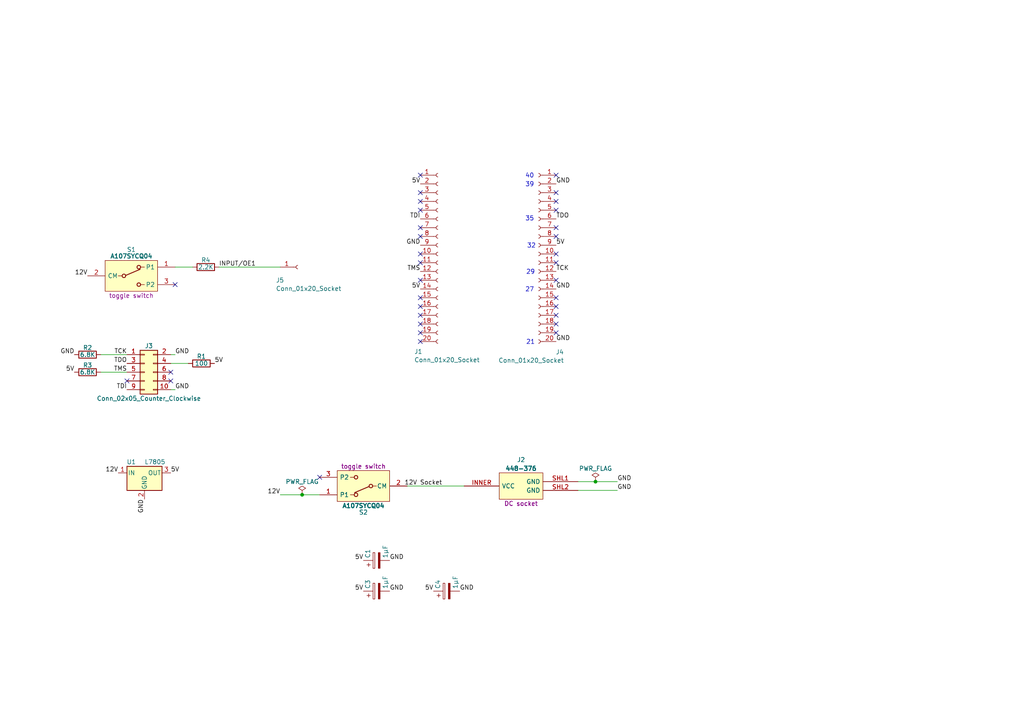
<source format=kicad_sch>
(kicad_sch
	(version 20231120)
	(generator "eeschema")
	(generator_version "8.0")
	(uuid "da8c5c90-e607-4538-b77b-9c657af61acc")
	(paper "A4")
	(title_block
		(title "EPM7160 Programmer")
		(date "2024-08-27")
		(rev "V0")
	)
	(lib_symbols
		(symbol "Connector:Conn_01x01_Socket"
			(pin_names
				(offset 1.016) hide)
			(exclude_from_sim no)
			(in_bom yes)
			(on_board yes)
			(property "Reference" "J"
				(at 0 2.54 0)
				(effects
					(font
						(size 1.27 1.27)
					)
				)
			)
			(property "Value" "Conn_01x01_Socket"
				(at 0 -2.54 0)
				(effects
					(font
						(size 1.27 1.27)
					)
				)
			)
			(property "Footprint" ""
				(at 0 0 0)
				(effects
					(font
						(size 1.27 1.27)
					)
					(hide yes)
				)
			)
			(property "Datasheet" "~"
				(at 0 0 0)
				(effects
					(font
						(size 1.27 1.27)
					)
					(hide yes)
				)
			)
			(property "Description" "Generic connector, single row, 01x01, script generated"
				(at 0 0 0)
				(effects
					(font
						(size 1.27 1.27)
					)
					(hide yes)
				)
			)
			(property "ki_locked" ""
				(at 0 0 0)
				(effects
					(font
						(size 1.27 1.27)
					)
				)
			)
			(property "ki_keywords" "connector"
				(at 0 0 0)
				(effects
					(font
						(size 1.27 1.27)
					)
					(hide yes)
				)
			)
			(property "ki_fp_filters" "Connector*:*_1x??_*"
				(at 0 0 0)
				(effects
					(font
						(size 1.27 1.27)
					)
					(hide yes)
				)
			)
			(symbol "Conn_01x01_Socket_1_1"
				(polyline
					(pts
						(xy -1.27 0) (xy -0.508 0)
					)
					(stroke
						(width 0.1524)
						(type default)
					)
					(fill
						(type none)
					)
				)
				(arc
					(start 0 0.508)
					(mid -0.5058 0)
					(end 0 -0.508)
					(stroke
						(width 0.1524)
						(type default)
					)
					(fill
						(type none)
					)
				)
				(pin passive line
					(at -5.08 0 0)
					(length 3.81)
					(name "Pin_1"
						(effects
							(font
								(size 1.27 1.27)
							)
						)
					)
					(number "1"
						(effects
							(font
								(size 1.27 1.27)
							)
						)
					)
				)
			)
		)
		(symbol "Connector:Conn_01x20_Socket"
			(pin_names
				(offset 1.016) hide)
			(exclude_from_sim no)
			(in_bom yes)
			(on_board yes)
			(property "Reference" "J"
				(at 0 25.4 0)
				(effects
					(font
						(size 1.27 1.27)
					)
				)
			)
			(property "Value" "Conn_01x20_Socket"
				(at 0 -27.94 0)
				(effects
					(font
						(size 1.27 1.27)
					)
				)
			)
			(property "Footprint" ""
				(at 0 0 0)
				(effects
					(font
						(size 1.27 1.27)
					)
					(hide yes)
				)
			)
			(property "Datasheet" "~"
				(at 0 0 0)
				(effects
					(font
						(size 1.27 1.27)
					)
					(hide yes)
				)
			)
			(property "Description" "Generic connector, single row, 01x20, script generated"
				(at 0 0 0)
				(effects
					(font
						(size 1.27 1.27)
					)
					(hide yes)
				)
			)
			(property "ki_locked" ""
				(at 0 0 0)
				(effects
					(font
						(size 1.27 1.27)
					)
				)
			)
			(property "ki_keywords" "connector"
				(at 0 0 0)
				(effects
					(font
						(size 1.27 1.27)
					)
					(hide yes)
				)
			)
			(property "ki_fp_filters" "Connector*:*_1x??_*"
				(at 0 0 0)
				(effects
					(font
						(size 1.27 1.27)
					)
					(hide yes)
				)
			)
			(symbol "Conn_01x20_Socket_1_1"
				(arc
					(start 0 -24.892)
					(mid -0.5058 -25.4)
					(end 0 -25.908)
					(stroke
						(width 0.1524)
						(type default)
					)
					(fill
						(type none)
					)
				)
				(arc
					(start 0 -22.352)
					(mid -0.5058 -22.86)
					(end 0 -23.368)
					(stroke
						(width 0.1524)
						(type default)
					)
					(fill
						(type none)
					)
				)
				(arc
					(start 0 -19.812)
					(mid -0.5058 -20.32)
					(end 0 -20.828)
					(stroke
						(width 0.1524)
						(type default)
					)
					(fill
						(type none)
					)
				)
				(arc
					(start 0 -17.272)
					(mid -0.5058 -17.78)
					(end 0 -18.288)
					(stroke
						(width 0.1524)
						(type default)
					)
					(fill
						(type none)
					)
				)
				(arc
					(start 0 -14.732)
					(mid -0.5058 -15.24)
					(end 0 -15.748)
					(stroke
						(width 0.1524)
						(type default)
					)
					(fill
						(type none)
					)
				)
				(arc
					(start 0 -12.192)
					(mid -0.5058 -12.7)
					(end 0 -13.208)
					(stroke
						(width 0.1524)
						(type default)
					)
					(fill
						(type none)
					)
				)
				(arc
					(start 0 -9.652)
					(mid -0.5058 -10.16)
					(end 0 -10.668)
					(stroke
						(width 0.1524)
						(type default)
					)
					(fill
						(type none)
					)
				)
				(arc
					(start 0 -7.112)
					(mid -0.5058 -7.62)
					(end 0 -8.128)
					(stroke
						(width 0.1524)
						(type default)
					)
					(fill
						(type none)
					)
				)
				(arc
					(start 0 -4.572)
					(mid -0.5058 -5.08)
					(end 0 -5.588)
					(stroke
						(width 0.1524)
						(type default)
					)
					(fill
						(type none)
					)
				)
				(arc
					(start 0 -2.032)
					(mid -0.5058 -2.54)
					(end 0 -3.048)
					(stroke
						(width 0.1524)
						(type default)
					)
					(fill
						(type none)
					)
				)
				(polyline
					(pts
						(xy -1.27 -25.4) (xy -0.508 -25.4)
					)
					(stroke
						(width 0.1524)
						(type default)
					)
					(fill
						(type none)
					)
				)
				(polyline
					(pts
						(xy -1.27 -22.86) (xy -0.508 -22.86)
					)
					(stroke
						(width 0.1524)
						(type default)
					)
					(fill
						(type none)
					)
				)
				(polyline
					(pts
						(xy -1.27 -20.32) (xy -0.508 -20.32)
					)
					(stroke
						(width 0.1524)
						(type default)
					)
					(fill
						(type none)
					)
				)
				(polyline
					(pts
						(xy -1.27 -17.78) (xy -0.508 -17.78)
					)
					(stroke
						(width 0.1524)
						(type default)
					)
					(fill
						(type none)
					)
				)
				(polyline
					(pts
						(xy -1.27 -15.24) (xy -0.508 -15.24)
					)
					(stroke
						(width 0.1524)
						(type default)
					)
					(fill
						(type none)
					)
				)
				(polyline
					(pts
						(xy -1.27 -12.7) (xy -0.508 -12.7)
					)
					(stroke
						(width 0.1524)
						(type default)
					)
					(fill
						(type none)
					)
				)
				(polyline
					(pts
						(xy -1.27 -10.16) (xy -0.508 -10.16)
					)
					(stroke
						(width 0.1524)
						(type default)
					)
					(fill
						(type none)
					)
				)
				(polyline
					(pts
						(xy -1.27 -7.62) (xy -0.508 -7.62)
					)
					(stroke
						(width 0.1524)
						(type default)
					)
					(fill
						(type none)
					)
				)
				(polyline
					(pts
						(xy -1.27 -5.08) (xy -0.508 -5.08)
					)
					(stroke
						(width 0.1524)
						(type default)
					)
					(fill
						(type none)
					)
				)
				(polyline
					(pts
						(xy -1.27 -2.54) (xy -0.508 -2.54)
					)
					(stroke
						(width 0.1524)
						(type default)
					)
					(fill
						(type none)
					)
				)
				(polyline
					(pts
						(xy -1.27 0) (xy -0.508 0)
					)
					(stroke
						(width 0.1524)
						(type default)
					)
					(fill
						(type none)
					)
				)
				(polyline
					(pts
						(xy -1.27 2.54) (xy -0.508 2.54)
					)
					(stroke
						(width 0.1524)
						(type default)
					)
					(fill
						(type none)
					)
				)
				(polyline
					(pts
						(xy -1.27 5.08) (xy -0.508 5.08)
					)
					(stroke
						(width 0.1524)
						(type default)
					)
					(fill
						(type none)
					)
				)
				(polyline
					(pts
						(xy -1.27 7.62) (xy -0.508 7.62)
					)
					(stroke
						(width 0.1524)
						(type default)
					)
					(fill
						(type none)
					)
				)
				(polyline
					(pts
						(xy -1.27 10.16) (xy -0.508 10.16)
					)
					(stroke
						(width 0.1524)
						(type default)
					)
					(fill
						(type none)
					)
				)
				(polyline
					(pts
						(xy -1.27 12.7) (xy -0.508 12.7)
					)
					(stroke
						(width 0.1524)
						(type default)
					)
					(fill
						(type none)
					)
				)
				(polyline
					(pts
						(xy -1.27 15.24) (xy -0.508 15.24)
					)
					(stroke
						(width 0.1524)
						(type default)
					)
					(fill
						(type none)
					)
				)
				(polyline
					(pts
						(xy -1.27 17.78) (xy -0.508 17.78)
					)
					(stroke
						(width 0.1524)
						(type default)
					)
					(fill
						(type none)
					)
				)
				(polyline
					(pts
						(xy -1.27 20.32) (xy -0.508 20.32)
					)
					(stroke
						(width 0.1524)
						(type default)
					)
					(fill
						(type none)
					)
				)
				(polyline
					(pts
						(xy -1.27 22.86) (xy -0.508 22.86)
					)
					(stroke
						(width 0.1524)
						(type default)
					)
					(fill
						(type none)
					)
				)
				(arc
					(start 0 0.508)
					(mid -0.5058 0)
					(end 0 -0.508)
					(stroke
						(width 0.1524)
						(type default)
					)
					(fill
						(type none)
					)
				)
				(arc
					(start 0 3.048)
					(mid -0.5058 2.54)
					(end 0 2.032)
					(stroke
						(width 0.1524)
						(type default)
					)
					(fill
						(type none)
					)
				)
				(arc
					(start 0 5.588)
					(mid -0.5058 5.08)
					(end 0 4.572)
					(stroke
						(width 0.1524)
						(type default)
					)
					(fill
						(type none)
					)
				)
				(arc
					(start 0 8.128)
					(mid -0.5058 7.62)
					(end 0 7.112)
					(stroke
						(width 0.1524)
						(type default)
					)
					(fill
						(type none)
					)
				)
				(arc
					(start 0 10.668)
					(mid -0.5058 10.16)
					(end 0 9.652)
					(stroke
						(width 0.1524)
						(type default)
					)
					(fill
						(type none)
					)
				)
				(arc
					(start 0 13.208)
					(mid -0.5058 12.7)
					(end 0 12.192)
					(stroke
						(width 0.1524)
						(type default)
					)
					(fill
						(type none)
					)
				)
				(arc
					(start 0 15.748)
					(mid -0.5058 15.24)
					(end 0 14.732)
					(stroke
						(width 0.1524)
						(type default)
					)
					(fill
						(type none)
					)
				)
				(arc
					(start 0 18.288)
					(mid -0.5058 17.78)
					(end 0 17.272)
					(stroke
						(width 0.1524)
						(type default)
					)
					(fill
						(type none)
					)
				)
				(arc
					(start 0 20.828)
					(mid -0.5058 20.32)
					(end 0 19.812)
					(stroke
						(width 0.1524)
						(type default)
					)
					(fill
						(type none)
					)
				)
				(arc
					(start 0 23.368)
					(mid -0.5058 22.86)
					(end 0 22.352)
					(stroke
						(width 0.1524)
						(type default)
					)
					(fill
						(type none)
					)
				)
				(pin passive line
					(at -5.08 22.86 0)
					(length 3.81)
					(name "Pin_1"
						(effects
							(font
								(size 1.27 1.27)
							)
						)
					)
					(number "1"
						(effects
							(font
								(size 1.27 1.27)
							)
						)
					)
				)
				(pin passive line
					(at -5.08 0 0)
					(length 3.81)
					(name "Pin_10"
						(effects
							(font
								(size 1.27 1.27)
							)
						)
					)
					(number "10"
						(effects
							(font
								(size 1.27 1.27)
							)
						)
					)
				)
				(pin passive line
					(at -5.08 -2.54 0)
					(length 3.81)
					(name "Pin_11"
						(effects
							(font
								(size 1.27 1.27)
							)
						)
					)
					(number "11"
						(effects
							(font
								(size 1.27 1.27)
							)
						)
					)
				)
				(pin passive line
					(at -5.08 -5.08 0)
					(length 3.81)
					(name "Pin_12"
						(effects
							(font
								(size 1.27 1.27)
							)
						)
					)
					(number "12"
						(effects
							(font
								(size 1.27 1.27)
							)
						)
					)
				)
				(pin passive line
					(at -5.08 -7.62 0)
					(length 3.81)
					(name "Pin_13"
						(effects
							(font
								(size 1.27 1.27)
							)
						)
					)
					(number "13"
						(effects
							(font
								(size 1.27 1.27)
							)
						)
					)
				)
				(pin passive line
					(at -5.08 -10.16 0)
					(length 3.81)
					(name "Pin_14"
						(effects
							(font
								(size 1.27 1.27)
							)
						)
					)
					(number "14"
						(effects
							(font
								(size 1.27 1.27)
							)
						)
					)
				)
				(pin passive line
					(at -5.08 -12.7 0)
					(length 3.81)
					(name "Pin_15"
						(effects
							(font
								(size 1.27 1.27)
							)
						)
					)
					(number "15"
						(effects
							(font
								(size 1.27 1.27)
							)
						)
					)
				)
				(pin passive line
					(at -5.08 -15.24 0)
					(length 3.81)
					(name "Pin_16"
						(effects
							(font
								(size 1.27 1.27)
							)
						)
					)
					(number "16"
						(effects
							(font
								(size 1.27 1.27)
							)
						)
					)
				)
				(pin passive line
					(at -5.08 -17.78 0)
					(length 3.81)
					(name "Pin_17"
						(effects
							(font
								(size 1.27 1.27)
							)
						)
					)
					(number "17"
						(effects
							(font
								(size 1.27 1.27)
							)
						)
					)
				)
				(pin passive line
					(at -5.08 -20.32 0)
					(length 3.81)
					(name "Pin_18"
						(effects
							(font
								(size 1.27 1.27)
							)
						)
					)
					(number "18"
						(effects
							(font
								(size 1.27 1.27)
							)
						)
					)
				)
				(pin passive line
					(at -5.08 -22.86 0)
					(length 3.81)
					(name "Pin_19"
						(effects
							(font
								(size 1.27 1.27)
							)
						)
					)
					(number "19"
						(effects
							(font
								(size 1.27 1.27)
							)
						)
					)
				)
				(pin passive line
					(at -5.08 20.32 0)
					(length 3.81)
					(name "Pin_2"
						(effects
							(font
								(size 1.27 1.27)
							)
						)
					)
					(number "2"
						(effects
							(font
								(size 1.27 1.27)
							)
						)
					)
				)
				(pin passive line
					(at -5.08 -25.4 0)
					(length 3.81)
					(name "Pin_20"
						(effects
							(font
								(size 1.27 1.27)
							)
						)
					)
					(number "20"
						(effects
							(font
								(size 1.27 1.27)
							)
						)
					)
				)
				(pin passive line
					(at -5.08 17.78 0)
					(length 3.81)
					(name "Pin_3"
						(effects
							(font
								(size 1.27 1.27)
							)
						)
					)
					(number "3"
						(effects
							(font
								(size 1.27 1.27)
							)
						)
					)
				)
				(pin passive line
					(at -5.08 15.24 0)
					(length 3.81)
					(name "Pin_4"
						(effects
							(font
								(size 1.27 1.27)
							)
						)
					)
					(number "4"
						(effects
							(font
								(size 1.27 1.27)
							)
						)
					)
				)
				(pin passive line
					(at -5.08 12.7 0)
					(length 3.81)
					(name "Pin_5"
						(effects
							(font
								(size 1.27 1.27)
							)
						)
					)
					(number "5"
						(effects
							(font
								(size 1.27 1.27)
							)
						)
					)
				)
				(pin passive line
					(at -5.08 10.16 0)
					(length 3.81)
					(name "Pin_6"
						(effects
							(font
								(size 1.27 1.27)
							)
						)
					)
					(number "6"
						(effects
							(font
								(size 1.27 1.27)
							)
						)
					)
				)
				(pin passive line
					(at -5.08 7.62 0)
					(length 3.81)
					(name "Pin_7"
						(effects
							(font
								(size 1.27 1.27)
							)
						)
					)
					(number "7"
						(effects
							(font
								(size 1.27 1.27)
							)
						)
					)
				)
				(pin passive line
					(at -5.08 5.08 0)
					(length 3.81)
					(name "Pin_8"
						(effects
							(font
								(size 1.27 1.27)
							)
						)
					)
					(number "8"
						(effects
							(font
								(size 1.27 1.27)
							)
						)
					)
				)
				(pin passive line
					(at -5.08 2.54 0)
					(length 3.81)
					(name "Pin_9"
						(effects
							(font
								(size 1.27 1.27)
							)
						)
					)
					(number "9"
						(effects
							(font
								(size 1.27 1.27)
							)
						)
					)
				)
			)
		)
		(symbol "Connector_Generic:Conn_02x05_Odd_Even"
			(pin_names
				(offset 1.016) hide)
			(exclude_from_sim no)
			(in_bom yes)
			(on_board yes)
			(property "Reference" "J"
				(at 1.27 7.62 0)
				(effects
					(font
						(size 1.27 1.27)
					)
				)
			)
			(property "Value" "Conn_02x05_Odd_Even"
				(at 1.27 -7.62 0)
				(effects
					(font
						(size 1.27 1.27)
					)
				)
			)
			(property "Footprint" ""
				(at 0 0 0)
				(effects
					(font
						(size 1.27 1.27)
					)
					(hide yes)
				)
			)
			(property "Datasheet" "~"
				(at 0 0 0)
				(effects
					(font
						(size 1.27 1.27)
					)
					(hide yes)
				)
			)
			(property "Description" "Generic connector, double row, 02x05, odd/even pin numbering scheme (row 1 odd numbers, row 2 even numbers), script generated (kicad-library-utils/schlib/autogen/connector/)"
				(at 0 0 0)
				(effects
					(font
						(size 1.27 1.27)
					)
					(hide yes)
				)
			)
			(property "ki_keywords" "connector"
				(at 0 0 0)
				(effects
					(font
						(size 1.27 1.27)
					)
					(hide yes)
				)
			)
			(property "ki_fp_filters" "Connector*:*_2x??_*"
				(at 0 0 0)
				(effects
					(font
						(size 1.27 1.27)
					)
					(hide yes)
				)
			)
			(symbol "Conn_02x05_Odd_Even_1_1"
				(rectangle
					(start -1.27 -4.953)
					(end 0 -5.207)
					(stroke
						(width 0.1524)
						(type default)
					)
					(fill
						(type none)
					)
				)
				(rectangle
					(start -1.27 -2.413)
					(end 0 -2.667)
					(stroke
						(width 0.1524)
						(type default)
					)
					(fill
						(type none)
					)
				)
				(rectangle
					(start -1.27 0.127)
					(end 0 -0.127)
					(stroke
						(width 0.1524)
						(type default)
					)
					(fill
						(type none)
					)
				)
				(rectangle
					(start -1.27 2.667)
					(end 0 2.413)
					(stroke
						(width 0.1524)
						(type default)
					)
					(fill
						(type none)
					)
				)
				(rectangle
					(start -1.27 5.207)
					(end 0 4.953)
					(stroke
						(width 0.1524)
						(type default)
					)
					(fill
						(type none)
					)
				)
				(rectangle
					(start -1.27 6.35)
					(end 3.81 -6.35)
					(stroke
						(width 0.254)
						(type default)
					)
					(fill
						(type background)
					)
				)
				(rectangle
					(start 3.81 -4.953)
					(end 2.54 -5.207)
					(stroke
						(width 0.1524)
						(type default)
					)
					(fill
						(type none)
					)
				)
				(rectangle
					(start 3.81 -2.413)
					(end 2.54 -2.667)
					(stroke
						(width 0.1524)
						(type default)
					)
					(fill
						(type none)
					)
				)
				(rectangle
					(start 3.81 0.127)
					(end 2.54 -0.127)
					(stroke
						(width 0.1524)
						(type default)
					)
					(fill
						(type none)
					)
				)
				(rectangle
					(start 3.81 2.667)
					(end 2.54 2.413)
					(stroke
						(width 0.1524)
						(type default)
					)
					(fill
						(type none)
					)
				)
				(rectangle
					(start 3.81 5.207)
					(end 2.54 4.953)
					(stroke
						(width 0.1524)
						(type default)
					)
					(fill
						(type none)
					)
				)
				(pin passive line
					(at -5.08 5.08 0)
					(length 3.81)
					(name "Pin_1"
						(effects
							(font
								(size 1.27 1.27)
							)
						)
					)
					(number "1"
						(effects
							(font
								(size 1.27 1.27)
							)
						)
					)
				)
				(pin passive line
					(at 7.62 -5.08 180)
					(length 3.81)
					(name "Pin_10"
						(effects
							(font
								(size 1.27 1.27)
							)
						)
					)
					(number "10"
						(effects
							(font
								(size 1.27 1.27)
							)
						)
					)
				)
				(pin passive line
					(at 7.62 5.08 180)
					(length 3.81)
					(name "Pin_2"
						(effects
							(font
								(size 1.27 1.27)
							)
						)
					)
					(number "2"
						(effects
							(font
								(size 1.27 1.27)
							)
						)
					)
				)
				(pin passive line
					(at -5.08 2.54 0)
					(length 3.81)
					(name "Pin_3"
						(effects
							(font
								(size 1.27 1.27)
							)
						)
					)
					(number "3"
						(effects
							(font
								(size 1.27 1.27)
							)
						)
					)
				)
				(pin passive line
					(at 7.62 2.54 180)
					(length 3.81)
					(name "Pin_4"
						(effects
							(font
								(size 1.27 1.27)
							)
						)
					)
					(number "4"
						(effects
							(font
								(size 1.27 1.27)
							)
						)
					)
				)
				(pin passive line
					(at -5.08 0 0)
					(length 3.81)
					(name "Pin_5"
						(effects
							(font
								(size 1.27 1.27)
							)
						)
					)
					(number "5"
						(effects
							(font
								(size 1.27 1.27)
							)
						)
					)
				)
				(pin passive line
					(at 7.62 0 180)
					(length 3.81)
					(name "Pin_6"
						(effects
							(font
								(size 1.27 1.27)
							)
						)
					)
					(number "6"
						(effects
							(font
								(size 1.27 1.27)
							)
						)
					)
				)
				(pin passive line
					(at -5.08 -2.54 0)
					(length 3.81)
					(name "Pin_7"
						(effects
							(font
								(size 1.27 1.27)
							)
						)
					)
					(number "7"
						(effects
							(font
								(size 1.27 1.27)
							)
						)
					)
				)
				(pin passive line
					(at 7.62 -2.54 180)
					(length 3.81)
					(name "Pin_8"
						(effects
							(font
								(size 1.27 1.27)
							)
						)
					)
					(number "8"
						(effects
							(font
								(size 1.27 1.27)
							)
						)
					)
				)
				(pin passive line
					(at -5.08 -5.08 0)
					(length 3.81)
					(name "Pin_9"
						(effects
							(font
								(size 1.27 1.27)
							)
						)
					)
					(number "9"
						(effects
							(font
								(size 1.27 1.27)
							)
						)
					)
				)
			)
		)
		(symbol "Device:R"
			(pin_numbers hide)
			(pin_names
				(offset 0)
			)
			(exclude_from_sim no)
			(in_bom yes)
			(on_board yes)
			(property "Reference" "R"
				(at 2.032 0 90)
				(effects
					(font
						(size 1.27 1.27)
					)
				)
			)
			(property "Value" "R"
				(at 0 0 90)
				(effects
					(font
						(size 1.27 1.27)
					)
				)
			)
			(property "Footprint" ""
				(at -1.778 0 90)
				(effects
					(font
						(size 1.27 1.27)
					)
					(hide yes)
				)
			)
			(property "Datasheet" "~"
				(at 0 0 0)
				(effects
					(font
						(size 1.27 1.27)
					)
					(hide yes)
				)
			)
			(property "Description" "Resistor"
				(at 0 0 0)
				(effects
					(font
						(size 1.27 1.27)
					)
					(hide yes)
				)
			)
			(property "ki_keywords" "R res resistor"
				(at 0 0 0)
				(effects
					(font
						(size 1.27 1.27)
					)
					(hide yes)
				)
			)
			(property "ki_fp_filters" "R_*"
				(at 0 0 0)
				(effects
					(font
						(size 1.27 1.27)
					)
					(hide yes)
				)
			)
			(symbol "R_0_1"
				(rectangle
					(start -1.016 -2.54)
					(end 1.016 2.54)
					(stroke
						(width 0.254)
						(type default)
					)
					(fill
						(type none)
					)
				)
			)
			(symbol "R_1_1"
				(pin passive line
					(at 0 3.81 270)
					(length 1.27)
					(name "~"
						(effects
							(font
								(size 1.27 1.27)
							)
						)
					)
					(number "1"
						(effects
							(font
								(size 1.27 1.27)
							)
						)
					)
				)
				(pin passive line
					(at 0 -3.81 90)
					(length 1.27)
					(name "~"
						(effects
							(font
								(size 1.27 1.27)
							)
						)
					)
					(number "2"
						(effects
							(font
								(size 1.27 1.27)
							)
						)
					)
				)
			)
		)
		(symbol "HCP65:C_Radial_D4.0mm_P2.00mm"
			(pin_numbers hide)
			(pin_names
				(offset 0.254)
			)
			(exclude_from_sim no)
			(in_bom yes)
			(on_board yes)
			(property "Reference" "C"
				(at 0.635 2.54 0)
				(effects
					(font
						(size 1.27 1.27)
					)
					(justify left)
				)
			)
			(property "Value" "?μF"
				(at 0.635 -2.54 0)
				(effects
					(font
						(size 1.27 1.27)
					)
					(justify left)
				)
			)
			(property "Footprint" "SamacSys_Parts:CP_Radial_D4.0mm_P2.00mm"
				(at 0 -11.43 0)
				(effects
					(font
						(size 1.27 1.27)
					)
					(hide yes)
				)
			)
			(property "Datasheet" ""
				(at 5.08 -5.08 0)
				(effects
					(font
						(size 1.27 1.27)
					)
					(hide yes)
				)
			)
			(property "Description" ""
				(at 0.635 -2.54 0)
				(effects
					(font
						(size 1.27 1.27)
					)
					(justify left)
					(hide yes)
				)
			)
			(property "ki_keywords" "Polarised Capacitor"
				(at 0 0 0)
				(effects
					(font
						(size 1.27 1.27)
					)
					(hide yes)
				)
			)
			(property "ki_fp_filters" "CP_*"
				(at 0 0 0)
				(effects
					(font
						(size 1.27 1.27)
					)
					(hide yes)
				)
			)
			(symbol "C_Radial_D4.0mm_P2.00mm_0_1"
				(rectangle
					(start -2.286 0.508)
					(end 2.286 1.016)
					(stroke
						(width 0)
						(type default)
					)
					(fill
						(type none)
					)
				)
				(polyline
					(pts
						(xy -1.778 2.286) (xy -0.762 2.286)
					)
					(stroke
						(width 0)
						(type default)
					)
					(fill
						(type none)
					)
				)
				(polyline
					(pts
						(xy -1.27 2.794) (xy -1.27 1.778)
					)
					(stroke
						(width 0)
						(type default)
					)
					(fill
						(type none)
					)
				)
				(rectangle
					(start 2.286 -0.508)
					(end -2.286 -1.016)
					(stroke
						(width 0)
						(type default)
					)
					(fill
						(type outline)
					)
				)
			)
			(symbol "C_Radial_D4.0mm_P2.00mm_1_1"
				(pin passive line
					(at 0 3.81 270)
					(length 2.794)
					(name "~"
						(effects
							(font
								(size 1.27 1.27)
							)
						)
					)
					(number "1"
						(effects
							(font
								(size 1.27 1.27)
							)
						)
					)
				)
				(pin passive line
					(at 0 -3.81 90)
					(length 2.794)
					(name "~"
						(effects
							(font
								(size 1.27 1.27)
							)
						)
					)
					(number "2"
						(effects
							(font
								(size 1.27 1.27)
							)
						)
					)
				)
			)
		)
		(symbol "RS_Components:448-376"
			(pin_names
				(offset 0.762)
			)
			(exclude_from_sim no)
			(in_bom yes)
			(on_board yes)
			(property "Reference" "J"
				(at 11.43 6.35 0)
				(effects
					(font
						(size 1.27 1.27)
					)
				)
			)
			(property "Value" "448-376"
				(at 11.43 3.81 0)
				(effects
					(font
						(size 1.27 1.27)
						(bold yes)
					)
				)
			)
			(property "Footprint" "SamacSys_Parts:448376"
				(at 19.05 -10.922 0)
				(effects
					(font
						(size 1.27 1.27)
					)
					(justify left)
					(hide yes)
				)
			)
			(property "Datasheet" "https://docs.rs-online.com/902a/0900766b81582446.pdf"
				(at 19.05 -13.462 0)
				(effects
					(font
						(size 1.27 1.27)
					)
					(justify left)
					(hide yes)
				)
			)
			(property "Description" "DC socket"
				(at 11.43 -6.35 0)
				(effects
					(font
						(size 1.27 1.27)
					)
				)
			)
			(property "Height" "11"
				(at 19.05 -18.542 0)
				(effects
					(font
						(size 1.27 1.27)
					)
					(justify left)
					(hide yes)
				)
			)
			(property "Manufacturer_Name" "RS Components"
				(at 19.05 -21.082 0)
				(effects
					(font
						(size 1.27 1.27)
					)
					(justify left)
					(hide yes)
				)
			)
			(property "Manufacturer_Part_Number" "448-376"
				(at 19.05 -23.622 0)
				(effects
					(font
						(size 1.27 1.27)
					)
					(justify left)
					(hide yes)
				)
			)
			(property "Mouser Part Number" ""
				(at 19.05 -26.162 0)
				(effects
					(font
						(size 1.27 1.27)
					)
					(justify left)
					(hide yes)
				)
			)
			(property "Mouser Price/Stock" ""
				(at 19.05 -28.702 0)
				(effects
					(font
						(size 1.27 1.27)
					)
					(justify left)
					(hide yes)
				)
			)
			(property "Arrow Part Number" ""
				(at 19.05 -31.242 0)
				(effects
					(font
						(size 1.27 1.27)
					)
					(justify left)
					(hide yes)
				)
			)
			(property "Arrow Price/Stock" ""
				(at 19.05 -33.782 0)
				(effects
					(font
						(size 1.27 1.27)
					)
					(justify left)
					(hide yes)
				)
			)
			(symbol "448-376_0_1"
				(polyline
					(pts
						(xy 5.08 2.54) (xy 17.78 2.54) (xy 17.78 -5.08) (xy 5.08 -5.08) (xy 5.08 2.54)
					)
					(stroke
						(width 0.1524)
						(type default)
					)
					(fill
						(type background)
					)
				)
			)
			(symbol "448-376_1_0"
				(pin passive line
					(at -5.08 -1.27 0)
					(length 10.16)
					(name "VCC"
						(effects
							(font
								(size 1.27 1.27)
							)
						)
					)
					(number "INNER"
						(effects
							(font
								(size 1.27 1.27)
							)
						)
					)
				)
				(pin passive line
					(at 27.94 0 180)
					(length 10.16)
					(name "GND"
						(effects
							(font
								(size 1.27 1.27)
							)
						)
					)
					(number "SHL1"
						(effects
							(font
								(size 1.27 1.27)
							)
						)
					)
				)
				(pin passive line
					(at 27.94 -2.54 180)
					(length 10.16)
					(name "GND"
						(effects
							(font
								(size 1.27 1.27)
							)
						)
					)
					(number "SHL2"
						(effects
							(font
								(size 1.27 1.27)
							)
						)
					)
				)
			)
		)
		(symbol "Regulator_Linear:L7805"
			(pin_names
				(offset 0.254)
			)
			(exclude_from_sim no)
			(in_bom yes)
			(on_board yes)
			(property "Reference" "U"
				(at -3.81 3.175 0)
				(effects
					(font
						(size 1.27 1.27)
					)
				)
			)
			(property "Value" "L7805"
				(at 0 3.175 0)
				(effects
					(font
						(size 1.27 1.27)
					)
					(justify left)
				)
			)
			(property "Footprint" ""
				(at 0.635 -3.81 0)
				(effects
					(font
						(size 1.27 1.27)
						(italic yes)
					)
					(justify left)
					(hide yes)
				)
			)
			(property "Datasheet" "http://www.st.com/content/ccc/resource/technical/document/datasheet/41/4f/b3/b0/12/d4/47/88/CD00000444.pdf/files/CD00000444.pdf/jcr:content/translations/en.CD00000444.pdf"
				(at 0 -1.27 0)
				(effects
					(font
						(size 1.27 1.27)
					)
					(hide yes)
				)
			)
			(property "Description" "Positive 1.5A 35V Linear Regulator, Fixed Output 5V, TO-220/TO-263/TO-252"
				(at 0 0 0)
				(effects
					(font
						(size 1.27 1.27)
					)
					(hide yes)
				)
			)
			(property "ki_keywords" "Voltage Regulator 1.5A Positive"
				(at 0 0 0)
				(effects
					(font
						(size 1.27 1.27)
					)
					(hide yes)
				)
			)
			(property "ki_fp_filters" "TO?252* TO?263* TO?220*"
				(at 0 0 0)
				(effects
					(font
						(size 1.27 1.27)
					)
					(hide yes)
				)
			)
			(symbol "L7805_0_1"
				(rectangle
					(start -5.08 1.905)
					(end 5.08 -5.08)
					(stroke
						(width 0.254)
						(type default)
					)
					(fill
						(type background)
					)
				)
			)
			(symbol "L7805_1_1"
				(pin power_in line
					(at -7.62 0 0)
					(length 2.54)
					(name "IN"
						(effects
							(font
								(size 1.27 1.27)
							)
						)
					)
					(number "1"
						(effects
							(font
								(size 1.27 1.27)
							)
						)
					)
				)
				(pin power_in line
					(at 0 -7.62 90)
					(length 2.54)
					(name "GND"
						(effects
							(font
								(size 1.27 1.27)
							)
						)
					)
					(number "2"
						(effects
							(font
								(size 1.27 1.27)
							)
						)
					)
				)
				(pin power_out line
					(at 7.62 0 180)
					(length 2.54)
					(name "OUT"
						(effects
							(font
								(size 1.27 1.27)
							)
						)
					)
					(number "3"
						(effects
							(font
								(size 1.27 1.27)
							)
						)
					)
				)
			)
		)
		(symbol "TE_Connectivity:A107SYCQ04"
			(pin_names
				(offset 0.762)
			)
			(exclude_from_sim no)
			(in_bom yes)
			(on_board yes)
			(property "Reference" "S"
				(at 12.7 5.08 0)
				(effects
					(font
						(size 1.27 1.27)
					)
				)
			)
			(property "Value" "A107SYCQ04"
				(at 12.7 3.175 0)
				(effects
					(font
						(size 1.27 1.27)
						(bold yes)
					)
				)
			)
			(property "Footprint" "SamacSys_Parts:A107SYCQ04"
				(at 20.32 -13.97 0)
				(effects
					(font
						(size 1.27 1.27)
					)
					(justify left)
					(hide yes)
				)
			)
			(property "Datasheet" "https://www.te.com/commerce/DocumentDelivery/DDEController?Action=showdoc&DocId=Customer+Drawing%7F1825137%7FA8%7Fpdf%7FEnglish%7FENG_CD_1825137_A8.pdf%7F5-1825137-1"
				(at 20.32 -16.51 0)
				(effects
					(font
						(size 1.27 1.27)
					)
					(justify left)
					(hide yes)
				)
			)
			(property "Description" "toggle switch"
				(at 12.7 -8.255 0)
				(effects
					(font
						(size 1.27 1.27)
					)
				)
			)
			(property "Height" "28.194"
				(at 20.32 -21.59 0)
				(effects
					(font
						(size 1.27 1.27)
					)
					(justify left)
					(hide yes)
				)
			)
			(property "Manufacturer_Name" "TE Connectivity"
				(at 20.32 -24.13 0)
				(effects
					(font
						(size 1.27 1.27)
					)
					(justify left)
					(hide yes)
				)
			)
			(property "Manufacturer_Part_Number" "A107SYCQ04"
				(at 20.32 -26.67 0)
				(effects
					(font
						(size 1.27 1.27)
					)
					(justify left)
					(hide yes)
				)
			)
			(property "Mouser Part Number" "506-5-1825137-1"
				(at 20.32 -29.21 0)
				(effects
					(font
						(size 1.27 1.27)
					)
					(justify left)
					(hide yes)
				)
			)
			(property "Mouser Price/Stock" "https://www.mouser.co.uk/ProductDetail/TE-Connectivity-AMP/A107SYCQ04?qs=9WkjXeXHXGz78jldEjGFKg%3D%3D"
				(at 20.32 -31.75 0)
				(effects
					(font
						(size 1.27 1.27)
					)
					(justify left)
					(hide yes)
				)
			)
			(property "Arrow Part Number" ""
				(at 19.05 -17.78 0)
				(effects
					(font
						(size 1.27 1.27)
					)
					(justify left)
					(hide yes)
				)
			)
			(property "Arrow Price/Stock" ""
				(at 19.05 -20.32 0)
				(effects
					(font
						(size 1.27 1.27)
					)
					(justify left)
					(hide yes)
				)
			)
			(property "Garbage" "Toggle Switches SP ON-OFF-(ON) BAT PC TOGGLE SWITCH"
				(at 0 0 0)
				(effects
					(font
						(size 1.27 1.27)
					)
					(hide yes)
				)
			)
			(symbol "A107SYCQ04_0_0"
				(pin passive line
					(at 25.4 0 180)
					(length 5.08)
					(name "P1"
						(effects
							(font
								(size 1.27 1.27)
							)
						)
					)
					(number "1"
						(effects
							(font
								(size 1.27 1.27)
							)
						)
					)
				)
				(pin passive line
					(at 0 -2.54 0)
					(length 5.08)
					(name "CM"
						(effects
							(font
								(size 1.27 1.27)
							)
						)
					)
					(number "2"
						(effects
							(font
								(size 1.27 1.27)
							)
						)
					)
				)
				(pin passive line
					(at 25.4 -5.08 180)
					(length 5.08)
					(name "P2"
						(effects
							(font
								(size 1.27 1.27)
							)
						)
					)
					(number "3"
						(effects
							(font
								(size 1.27 1.27)
							)
						)
					)
				)
			)
			(symbol "A107SYCQ04_0_1"
				(polyline
					(pts
						(xy 5.08 1.905) (xy 20.32 1.905) (xy 20.32 -6.985) (xy 5.08 -6.985) (xy 5.08 1.905)
					)
					(stroke
						(width 0.1524)
						(type default)
					)
					(fill
						(type background)
					)
				)
			)
			(symbol "A107SYCQ04_1_1"
				(polyline
					(pts
						(xy 8.89 -2.54) (xy 9.906 -2.54)
					)
					(stroke
						(width 0)
						(type default)
					)
					(fill
						(type none)
					)
				)
				(polyline
					(pts
						(xy 11.049 -2.413) (xy 15.24 -0.635)
					)
					(stroke
						(width 0.254)
						(type default)
					)
					(fill
						(type none)
					)
				)
				(polyline
					(pts
						(xy 16.51 -5.08) (xy 15.494 -5.08)
					)
					(stroke
						(width 0)
						(type default)
					)
					(fill
						(type none)
					)
				)
				(polyline
					(pts
						(xy 16.51 0) (xy 15.494 0)
					)
					(stroke
						(width 0)
						(type default)
					)
					(fill
						(type none)
					)
				)
				(circle
					(center 10.541 -2.54)
					(radius 0.508)
					(stroke
						(width 0.254)
						(type default)
					)
					(fill
						(type none)
					)
				)
				(circle
					(center 14.859 -5.08)
					(radius 0.508)
					(stroke
						(width 0.254)
						(type default)
					)
					(fill
						(type none)
					)
				)
				(circle
					(center 14.859 0)
					(radius 0.508)
					(stroke
						(width 0.254)
						(type default)
					)
					(fill
						(type none)
					)
				)
			)
		)
		(symbol "power:PWR_FLAG"
			(power)
			(pin_numbers hide)
			(pin_names
				(offset 0) hide)
			(exclude_from_sim no)
			(in_bom yes)
			(on_board yes)
			(property "Reference" "#FLG"
				(at 0 1.905 0)
				(effects
					(font
						(size 1.27 1.27)
					)
					(hide yes)
				)
			)
			(property "Value" "PWR_FLAG"
				(at 0 3.81 0)
				(effects
					(font
						(size 1.27 1.27)
					)
				)
			)
			(property "Footprint" ""
				(at 0 0 0)
				(effects
					(font
						(size 1.27 1.27)
					)
					(hide yes)
				)
			)
			(property "Datasheet" "~"
				(at 0 0 0)
				(effects
					(font
						(size 1.27 1.27)
					)
					(hide yes)
				)
			)
			(property "Description" "Special symbol for telling ERC where power comes from"
				(at 0 0 0)
				(effects
					(font
						(size 1.27 1.27)
					)
					(hide yes)
				)
			)
			(property "ki_keywords" "flag power"
				(at 0 0 0)
				(effects
					(font
						(size 1.27 1.27)
					)
					(hide yes)
				)
			)
			(symbol "PWR_FLAG_0_0"
				(pin power_out line
					(at 0 0 90)
					(length 0)
					(name "~"
						(effects
							(font
								(size 1.27 1.27)
							)
						)
					)
					(number "1"
						(effects
							(font
								(size 1.27 1.27)
							)
						)
					)
				)
			)
			(symbol "PWR_FLAG_0_1"
				(polyline
					(pts
						(xy 0 0) (xy 0 1.27) (xy -1.016 1.905) (xy 0 2.54) (xy 1.016 1.905) (xy 0 1.27)
					)
					(stroke
						(width 0)
						(type default)
					)
					(fill
						(type none)
					)
				)
			)
		)
	)
	(junction
		(at 172.72 139.7)
		(diameter 0)
		(color 0 0 0 0)
		(uuid "61b00f3d-53d0-4c6b-ad32-9c3e290cad04")
	)
	(junction
		(at 87.63 143.51)
		(diameter 0)
		(color 0 0 0 0)
		(uuid "eb135224-6e97-4b81-b1f1-210131159a60")
	)
	(no_connect
		(at 121.92 55.88)
		(uuid "05a8a4f3-543b-4aea-b913-d10d128846ad")
	)
	(no_connect
		(at 161.29 81.28)
		(uuid "05cc1a12-9bb6-4220-aa7d-4313f2af8773")
	)
	(no_connect
		(at 121.92 99.06)
		(uuid "1f2b7221-1262-44d7-b101-716be937bb73")
	)
	(no_connect
		(at 121.92 68.58)
		(uuid "22b79c42-3269-4835-8fcc-3f56dd4bb8d9")
	)
	(no_connect
		(at 161.29 73.66)
		(uuid "24cd0a90-947d-43b2-bbf4-0e516f958df6")
	)
	(no_connect
		(at 161.29 68.58)
		(uuid "2b3a7500-0ec3-416b-971f-adaaf2184e9c")
	)
	(no_connect
		(at 161.29 91.44)
		(uuid "2bb72667-8504-49e7-9abe-a0591317fcbd")
	)
	(no_connect
		(at 121.92 76.2)
		(uuid "33c07f30-9fcd-4de2-8029-3195a46d5d15")
	)
	(no_connect
		(at 121.92 86.36)
		(uuid "46296406-46cb-4af0-801a-4f17ac21188a")
	)
	(no_connect
		(at 161.29 86.36)
		(uuid "4bc5c9dd-facf-4409-bcff-18ce71031eef")
	)
	(no_connect
		(at 121.92 73.66)
		(uuid "57a2d5d9-c3e3-4bb7-8c9b-94908ceb8eaa")
	)
	(no_connect
		(at 92.71 138.43)
		(uuid "5ae9f8c6-c81a-4e58-9a2a-5b290a2c4952")
	)
	(no_connect
		(at 161.29 58.42)
		(uuid "6c2b972e-cf4f-4fa5-817b-b9251e803973")
	)
	(no_connect
		(at 121.92 91.44)
		(uuid "7ef528b3-fb65-4c5a-b5df-a2fb01f17594")
	)
	(no_connect
		(at 49.53 110.49)
		(uuid "81201a30-acae-4ae0-aa39-9c08b0ebe953")
	)
	(no_connect
		(at 161.29 96.52)
		(uuid "85b481cf-784b-40f7-8ba5-97c71fc38562")
	)
	(no_connect
		(at 161.29 55.88)
		(uuid "8afee770-c7e3-46da-bc11-17033067cbfb")
	)
	(no_connect
		(at 50.8 82.55)
		(uuid "9688fea8-16e3-4358-9806-193f7183372d")
	)
	(no_connect
		(at 121.92 58.42)
		(uuid "9b8dcdff-c042-4561-a2e6-f251589b37ed")
	)
	(no_connect
		(at 49.53 107.95)
		(uuid "a63fd3f8-9a9a-4e49-8865-2610443f5732")
	)
	(no_connect
		(at 161.29 60.96)
		(uuid "a80aea06-30ed-4527-be83-12026becf855")
	)
	(no_connect
		(at 121.92 60.96)
		(uuid "a9d8f5b0-bf9c-44fb-8d9b-fc2c9d10e875")
	)
	(no_connect
		(at 161.29 93.98)
		(uuid "add4b305-b46b-4907-8d8d-41c6046c5a88")
	)
	(no_connect
		(at 121.92 88.9)
		(uuid "b9ff3aa4-f355-498e-8fd9-b42e8e3f299d")
	)
	(no_connect
		(at 121.92 66.04)
		(uuid "c6ec9e2f-54cf-4ade-9dcf-9872b5e96700")
	)
	(no_connect
		(at 161.29 50.8)
		(uuid "cf98aa30-49fc-4b7b-a4e2-d22fc9fbe448")
	)
	(no_connect
		(at 36.83 110.49)
		(uuid "d5c84899-1d02-416b-8947-01b6f0006025")
	)
	(no_connect
		(at 161.29 66.04)
		(uuid "e2837e7f-9af8-4b00-83b4-2975d7767177")
	)
	(no_connect
		(at 161.29 88.9)
		(uuid "e713ba06-f97e-4246-9642-d556578b16fa")
	)
	(no_connect
		(at 121.92 50.8)
		(uuid "ed71d57f-c935-4182-bbf8-923d5f77d813")
	)
	(no_connect
		(at 121.92 93.98)
		(uuid "ed7f21e6-4271-44e1-8097-3c22a2c6bb92")
	)
	(no_connect
		(at 121.92 81.28)
		(uuid "f2a99cc9-fad9-40f3-88ed-f19c87d6d636")
	)
	(no_connect
		(at 161.29 76.2)
		(uuid "f3a28c40-cdcc-4eac-b589-c831e53190e6")
	)
	(no_connect
		(at 121.92 96.52)
		(uuid "f774f581-001e-4749-a908-2d13c5b390ba")
	)
	(wire
		(pts
			(xy 29.21 107.95) (xy 36.83 107.95)
		)
		(stroke
			(width 0)
			(type default)
		)
		(uuid "23615736-64bb-451d-a330-9791e4fa3689")
	)
	(wire
		(pts
			(xy 118.11 140.97) (xy 134.62 140.97)
		)
		(stroke
			(width 0)
			(type default)
		)
		(uuid "26d6d4e9-9e52-458d-80d9-1844832be88f")
	)
	(wire
		(pts
			(xy 172.72 139.7) (xy 167.64 139.7)
		)
		(stroke
			(width 0)
			(type default)
		)
		(uuid "2835a5a0-852f-4f16-81f6-0be6e10318ae")
	)
	(wire
		(pts
			(xy 81.28 143.51) (xy 87.63 143.51)
		)
		(stroke
			(width 0)
			(type default)
		)
		(uuid "3da31425-8072-42f1-af39-a18b342ede2d")
	)
	(wire
		(pts
			(xy 50.8 102.87) (xy 49.53 102.87)
		)
		(stroke
			(width 0)
			(type default)
		)
		(uuid "6ac34aa6-2840-4484-ae7e-4d10126b8d93")
	)
	(wire
		(pts
			(xy 54.61 105.41) (xy 49.53 105.41)
		)
		(stroke
			(width 0)
			(type default)
		)
		(uuid "8231163e-df1d-42dc-8b6c-b54602bc545a")
	)
	(wire
		(pts
			(xy 55.88 77.47) (xy 50.8 77.47)
		)
		(stroke
			(width 0)
			(type default)
		)
		(uuid "905c5fc8-1db9-4be4-ad45-fd2a68acb890")
	)
	(wire
		(pts
			(xy 87.63 143.51) (xy 92.71 143.51)
		)
		(stroke
			(width 0)
			(type default)
		)
		(uuid "baa87002-a3d0-442c-8979-3c38df39359d")
	)
	(wire
		(pts
			(xy 29.21 102.87) (xy 36.83 102.87)
		)
		(stroke
			(width 0)
			(type default)
		)
		(uuid "d1562b84-3098-45d5-8ae3-8ded525791e8")
	)
	(wire
		(pts
			(xy 179.07 139.7) (xy 172.72 139.7)
		)
		(stroke
			(width 0)
			(type default)
		)
		(uuid "dc97a31c-735f-4fdb-a121-bf885a60b2c3")
	)
	(wire
		(pts
			(xy 50.8 113.03) (xy 49.53 113.03)
		)
		(stroke
			(width 0)
			(type default)
		)
		(uuid "ded877a9-10ae-4fd8-b657-876b88050559")
	)
	(wire
		(pts
			(xy 63.5 77.47) (xy 81.28 77.47)
		)
		(stroke
			(width 0)
			(type default)
		)
		(uuid "e7a76247-aca2-452f-8c68-d4eda189dc5f")
	)
	(wire
		(pts
			(xy 167.64 142.24) (xy 179.07 142.24)
		)
		(stroke
			(width 0)
			(type default)
		)
		(uuid "f082aca6-0fc9-493a-b2cd-2ba5cea038cd")
	)
	(text "39"
		(exclude_from_sim no)
		(at 154.94 53.594 0)
		(effects
			(font
				(size 1.27 1.27)
			)
			(justify right)
		)
		(uuid "11825664-aa76-4806-bd72-b89ffc7d8884")
	)
	(text "35"
		(exclude_from_sim no)
		(at 154.94 63.5 0)
		(effects
			(font
				(size 1.27 1.27)
			)
			(justify right)
		)
		(uuid "2aee13d1-4bff-41ed-8b1e-e62fc5d84a07")
	)
	(text "29"
		(exclude_from_sim no)
		(at 155.194 78.994 0)
		(effects
			(font
				(size 1.27 1.27)
			)
			(justify right)
		)
		(uuid "6c3c3394-471d-46f4-ae29-0591e86ab9b2")
	)
	(text "32"
		(exclude_from_sim no)
		(at 155.448 71.374 0)
		(effects
			(font
				(size 1.27 1.27)
			)
			(justify right)
		)
		(uuid "8e6a2d5c-efd7-4096-9c3a-0ef83075e934")
	)
	(text "40"
		(exclude_from_sim no)
		(at 154.94 51.054 0)
		(effects
			(font
				(size 1.27 1.27)
			)
			(justify right)
		)
		(uuid "a7d2ca13-f1fa-48b5-bf65-194ed0295ba9")
	)
	(text "21"
		(exclude_from_sim no)
		(at 155.194 99.314 0)
		(effects
			(font
				(size 1.27 1.27)
			)
			(justify right)
		)
		(uuid "ad331681-0317-4e8b-81f0-0e1bf150f809")
	)
	(text "27"
		(exclude_from_sim no)
		(at 154.94 84.074 0)
		(effects
			(font
				(size 1.27 1.27)
			)
			(justify right)
		)
		(uuid "d2d6cdca-9704-4b31-bf16-444096cecb5e")
	)
	(label "12V"
		(at 34.29 137.16 180)
		(fields_autoplaced yes)
		(effects
			(font
				(size 1.27 1.27)
			)
			(justify right bottom)
		)
		(uuid "07abb617-5b50-4fb9-a3be-67daeb37633c")
	)
	(label "5V"
		(at 62.23 105.41 0)
		(fields_autoplaced yes)
		(effects
			(font
				(size 1.27 1.27)
			)
			(justify left bottom)
		)
		(uuid "0d945de4-4ce5-458a-a6cf-9aaf2d909310")
	)
	(label "GND"
		(at 161.29 83.82 0)
		(fields_autoplaced yes)
		(effects
			(font
				(size 1.27 1.27)
			)
			(justify left bottom)
		)
		(uuid "19c36d60-e55e-4858-a14b-c1a88b4467ec")
	)
	(label "5V"
		(at 105.41 171.45 180)
		(fields_autoplaced yes)
		(effects
			(font
				(size 1.27 1.27)
			)
			(justify right bottom)
		)
		(uuid "1e9f2c99-e1a8-43c5-a962-9b47291e4353")
	)
	(label "TDO"
		(at 36.83 105.41 180)
		(fields_autoplaced yes)
		(effects
			(font
				(size 1.27 1.27)
			)
			(justify right bottom)
		)
		(uuid "2263d770-398c-4e87-8d21-2ceb058288de")
	)
	(label "GND"
		(at 21.59 102.87 180)
		(fields_autoplaced yes)
		(effects
			(font
				(size 1.27 1.27)
			)
			(justify right bottom)
		)
		(uuid "2ceda24f-af17-45f4-8d63-02994263c410")
	)
	(label "GND"
		(at 161.29 53.34 0)
		(fields_autoplaced yes)
		(effects
			(font
				(size 1.27 1.27)
			)
			(justify left bottom)
		)
		(uuid "32a15d79-0597-49a1-9ddc-9ed504839ebf")
	)
	(label "GND"
		(at 113.03 162.56 0)
		(fields_autoplaced yes)
		(effects
			(font
				(size 1.27 1.27)
			)
			(justify left bottom)
		)
		(uuid "3dfd4508-badd-4081-8dec-11cea561a42e")
	)
	(label "GND"
		(at 133.35 171.45 0)
		(fields_autoplaced yes)
		(effects
			(font
				(size 1.27 1.27)
			)
			(justify left bottom)
		)
		(uuid "4255db38-1e38-493b-b864-778d3fd64054")
	)
	(label "GND"
		(at 50.8 102.87 0)
		(fields_autoplaced yes)
		(effects
			(font
				(size 1.27 1.27)
			)
			(justify left bottom)
		)
		(uuid "47321071-9ac8-4f6d-ae1c-0cbd4fb9153c")
	)
	(label "GND"
		(at 121.92 71.12 180)
		(fields_autoplaced yes)
		(effects
			(font
				(size 1.27 1.27)
			)
			(justify right bottom)
		)
		(uuid "47b6fdee-0fab-4ca1-a345-e5ccebed52d8")
	)
	(label "5V"
		(at 49.53 137.16 0)
		(fields_autoplaced yes)
		(effects
			(font
				(size 1.27 1.27)
			)
			(justify left bottom)
		)
		(uuid "4a650f11-7c99-4b66-bb7a-ddf07b18c9af")
	)
	(label "5V"
		(at 161.29 71.12 0)
		(fields_autoplaced yes)
		(effects
			(font
				(size 1.27 1.27)
			)
			(justify left bottom)
		)
		(uuid "620b6522-338b-4dda-858c-eb3b89dc9d56")
	)
	(label "12V"
		(at 81.28 143.51 180)
		(fields_autoplaced yes)
		(effects
			(font
				(size 1.27 1.27)
			)
			(justify right bottom)
		)
		(uuid "64484c23-40a7-4087-b942-100111828209")
	)
	(label "GND"
		(at 50.8 113.03 0)
		(fields_autoplaced yes)
		(effects
			(font
				(size 1.27 1.27)
			)
			(justify left bottom)
		)
		(uuid "6f9ff0d8-9f9f-4b65-b994-fa73c10318b5")
	)
	(label "GND"
		(at 179.07 142.24 0)
		(fields_autoplaced yes)
		(effects
			(font
				(size 1.27 1.27)
			)
			(justify left bottom)
		)
		(uuid "717a78f3-6cd6-4042-b125-86f2263bd2d9")
	)
	(label "TMS"
		(at 121.92 78.74 180)
		(fields_autoplaced yes)
		(effects
			(font
				(size 1.27 1.27)
			)
			(justify right bottom)
		)
		(uuid "773100f6-a278-48e9-89c1-c943b835539d")
	)
	(label "5V"
		(at 121.92 53.34 180)
		(fields_autoplaced yes)
		(effects
			(font
				(size 1.27 1.27)
			)
			(justify right bottom)
		)
		(uuid "7e2874ff-a763-413d-9b44-bcfc9b1dcaad")
	)
	(label "5V"
		(at 21.59 107.95 180)
		(fields_autoplaced yes)
		(effects
			(font
				(size 1.27 1.27)
			)
			(justify right bottom)
		)
		(uuid "7fd197b6-4b9f-48e6-a4e0-b55ca7cc112a")
	)
	(label "12V"
		(at 25.4 80.01 180)
		(fields_autoplaced yes)
		(effects
			(font
				(size 1.27 1.27)
			)
			(justify right bottom)
		)
		(uuid "84f818c1-d247-40c8-bee1-287f02e5acab")
	)
	(label "TCK"
		(at 161.29 78.74 0)
		(fields_autoplaced yes)
		(effects
			(font
				(size 1.27 1.27)
			)
			(justify left bottom)
		)
		(uuid "91081368-1db6-49e2-9972-5fc92cc7a28c")
	)
	(label "TMS"
		(at 36.83 107.95 180)
		(fields_autoplaced yes)
		(effects
			(font
				(size 1.27 1.27)
			)
			(justify right bottom)
		)
		(uuid "bbe67b7f-de4a-4888-922f-5498c1fec612")
	)
	(label "TCK"
		(at 36.83 102.87 180)
		(fields_autoplaced yes)
		(effects
			(font
				(size 1.27 1.27)
			)
			(justify right bottom)
		)
		(uuid "c55dd61e-6e90-4f6a-b480-b2146d7c9fe8")
	)
	(label "INPUT{slash}OE1"
		(at 63.5 77.47 0)
		(fields_autoplaced yes)
		(effects
			(font
				(size 1.27 1.27)
			)
			(justify left bottom)
		)
		(uuid "c77b789a-9b11-4865-bb98-9f65dba14d56")
	)
	(label "TDO"
		(at 161.29 63.5 0)
		(fields_autoplaced yes)
		(effects
			(font
				(size 1.27 1.27)
			)
			(justify left bottom)
		)
		(uuid "c798ab02-8d60-4c03-a7e4-51b01c933f4e")
	)
	(label "5V"
		(at 125.73 171.45 180)
		(fields_autoplaced yes)
		(effects
			(font
				(size 1.27 1.27)
			)
			(justify right bottom)
		)
		(uuid "c7afc7b7-6878-4f9c-b848-e406a2a9ced4")
	)
	(label "5V"
		(at 105.41 162.56 180)
		(fields_autoplaced yes)
		(effects
			(font
				(size 1.27 1.27)
			)
			(justify right bottom)
		)
		(uuid "d1052452-545e-4e90-856f-1b4368e732ba")
	)
	(label "TDI"
		(at 36.83 113.03 180)
		(fields_autoplaced yes)
		(effects
			(font
				(size 1.27 1.27)
			)
			(justify right bottom)
		)
		(uuid "d112f682-8062-496a-98f7-7aec3a64ac7c")
	)
	(label "GND"
		(at 161.29 99.06 0)
		(fields_autoplaced yes)
		(effects
			(font
				(size 1.27 1.27)
			)
			(justify left bottom)
		)
		(uuid "d28ff802-4d41-4a0f-873e-809dcbd7e0bd")
	)
	(label "5V"
		(at 121.92 83.82 180)
		(fields_autoplaced yes)
		(effects
			(font
				(size 1.27 1.27)
			)
			(justify right bottom)
		)
		(uuid "dd16ff66-a961-468c-a25b-6dd2e377b570")
	)
	(label "12V Socket"
		(at 128.27 140.97 180)
		(fields_autoplaced yes)
		(effects
			(font
				(size 1.27 1.27)
			)
			(justify right bottom)
		)
		(uuid "e0c50871-db3a-4a07-934c-6375430cbc20")
	)
	(label "TDI"
		(at 121.92 63.5 180)
		(fields_autoplaced yes)
		(effects
			(font
				(size 1.27 1.27)
			)
			(justify right bottom)
		)
		(uuid "e146df6b-cbed-4fdf-9d56-72070505b03b")
	)
	(label "GND"
		(at 41.91 144.78 270)
		(fields_autoplaced yes)
		(effects
			(font
				(size 1.27 1.27)
			)
			(justify right bottom)
		)
		(uuid "e35c6521-1616-4067-9908-feb83d0a6807")
	)
	(label "GND"
		(at 179.07 139.7 0)
		(fields_autoplaced yes)
		(effects
			(font
				(size 1.27 1.27)
			)
			(justify left bottom)
		)
		(uuid "e4134bf0-7a29-4b67-a0a5-5792d0cf458c")
	)
	(label "GND"
		(at 113.03 171.45 0)
		(fields_autoplaced yes)
		(effects
			(font
				(size 1.27 1.27)
			)
			(justify left bottom)
		)
		(uuid "f8c937c3-a4ac-440b-86b7-1f650e917cb0")
	)
	(symbol
		(lib_id "Connector:Conn_01x20_Socket")
		(at 127 73.66 0)
		(unit 1)
		(exclude_from_sim no)
		(in_bom yes)
		(on_board yes)
		(dnp no)
		(uuid "003752dd-fb3b-4c56-afcc-c619c7d9fc21")
		(property "Reference" "J1"
			(at 120.142 101.9697 0)
			(effects
				(font
					(size 1.27 1.27)
				)
				(justify left)
			)
		)
		(property "Value" "Conn_01x20_Socket"
			(at 120.142 104.394 0)
			(effects
				(font
					(size 1.27 1.27)
				)
				(justify left)
			)
		)
		(property "Footprint" "Connector_PinSocket_2.54mm:PinSocket_1x20_P2.54mm_Vertical"
			(at 127 73.66 0)
			(effects
				(font
					(size 1.27 1.27)
				)
				(hide yes)
			)
		)
		(property "Datasheet" "~"
			(at 127 73.66 0)
			(effects
				(font
					(size 1.27 1.27)
				)
				(hide yes)
			)
		)
		(property "Description" "Generic connector, single row, 01x20, script generated"
			(at 127 73.66 0)
			(effects
				(font
					(size 1.27 1.27)
				)
				(hide yes)
			)
		)
		(pin "10"
			(uuid "347fae4a-6863-46f3-a6f8-0f64b476de88")
		)
		(pin "13"
			(uuid "c535c465-de84-4e0b-b82f-e3674646fa33")
		)
		(pin "9"
			(uuid "bd6c0e8a-df49-410a-b6a5-4525320f6c61")
		)
		(pin "16"
			(uuid "9dbe6da5-e121-4a00-8370-9a227397a867")
		)
		(pin "1"
			(uuid "cd6f1d6d-ea31-42b7-b9fd-ebd973c84d12")
		)
		(pin "6"
			(uuid "ba371717-839f-4c4a-b3d6-f7ebaba14344")
		)
		(pin "17"
			(uuid "d08cc4b6-78a7-4bfb-89f2-d6ce248b3526")
		)
		(pin "2"
			(uuid "e783803a-16aa-4c82-ab22-4c1e97aefb97")
		)
		(pin "5"
			(uuid "98ac4540-8401-493f-92fe-23af375a9876")
		)
		(pin "18"
			(uuid "ca84c650-dcf4-4c49-9c44-3b411beb7a74")
		)
		(pin "3"
			(uuid "e27182fb-799a-4c6b-a8aa-3e76c89e5a36")
		)
		(pin "8"
			(uuid "be0ed9f7-bd81-47ea-b5c6-15125150bcfe")
		)
		(pin "19"
			(uuid "6cb69918-6812-4bab-b7a7-ab559550a69b")
		)
		(pin "12"
			(uuid "6a2e49a8-1df0-41f4-a9f3-ed7d7d0d843f")
		)
		(pin "14"
			(uuid "a9c9874a-0520-49ad-8ed5-b94b3c45971c")
		)
		(pin "15"
			(uuid "35d8ec42-18c0-4871-9eb4-4287ffa8fa45")
		)
		(pin "20"
			(uuid "9b731e8b-4de3-4722-879c-93448d4d0574")
		)
		(pin "11"
			(uuid "5ab24a30-5900-4516-9ee2-3c44d9188552")
		)
		(pin "7"
			(uuid "b777af57-7b6e-4bbb-9ff5-9a1a10998319")
		)
		(pin "4"
			(uuid "0cde202a-2d57-4ee9-8dee-f1aa453d218d")
		)
		(instances
			(project ""
				(path "/da8c5c90-e607-4538-b77b-9c657af61acc"
					(reference "J1")
					(unit 1)
				)
			)
		)
	)
	(symbol
		(lib_id "Connector:Conn_01x01_Socket")
		(at 86.36 77.47 0)
		(unit 1)
		(exclude_from_sim no)
		(in_bom yes)
		(on_board yes)
		(dnp no)
		(uuid "143630a6-2139-42be-be23-3928fef7a0ba")
		(property "Reference" "J5"
			(at 80.01 81.28 0)
			(effects
				(font
					(size 1.27 1.27)
				)
				(justify left)
			)
		)
		(property "Value" "Conn_01x20_Socket"
			(at 80.01 83.7043 0)
			(effects
				(font
					(size 1.27 1.27)
				)
				(justify left)
			)
		)
		(property "Footprint" "Connector_PinSocket_2.54mm:PinSocket_1x01_P2.54mm_Vertical"
			(at 86.36 77.47 0)
			(effects
				(font
					(size 1.27 1.27)
				)
				(hide yes)
			)
		)
		(property "Datasheet" "~"
			(at 86.36 77.47 0)
			(effects
				(font
					(size 1.27 1.27)
				)
				(hide yes)
			)
		)
		(property "Description" "Generic connector, single row, 01x01, script generated"
			(at 86.36 77.47 0)
			(effects
				(font
					(size 1.27 1.27)
				)
				(hide yes)
			)
		)
		(pin "1"
			(uuid "ce095f36-0ba9-4d40-9db8-bc1f3c51894d")
		)
		(instances
			(project "EPM7032S Programmer"
				(path "/da8c5c90-e607-4538-b77b-9c657af61acc"
					(reference "J5")
					(unit 1)
				)
			)
		)
	)
	(symbol
		(lib_id "power:PWR_FLAG")
		(at 172.72 139.7 0)
		(unit 1)
		(exclude_from_sim no)
		(in_bom yes)
		(on_board yes)
		(dnp no)
		(uuid "1aa7e74a-47c2-4211-9f5f-0ed7759e9169")
		(property "Reference" "#FLG02"
			(at 172.72 137.795 0)
			(effects
				(font
					(size 1.27 1.27)
				)
				(hide yes)
			)
		)
		(property "Value" "PWR_FLAG"
			(at 172.72 135.89 0)
			(effects
				(font
					(size 1.27 1.27)
				)
			)
		)
		(property "Footprint" ""
			(at 172.72 139.7 0)
			(effects
				(font
					(size 1.27 1.27)
				)
				(hide yes)
			)
		)
		(property "Datasheet" "~"
			(at 172.72 139.7 0)
			(effects
				(font
					(size 1.27 1.27)
				)
				(hide yes)
			)
		)
		(property "Description" "Special symbol for telling ERC where power comes from"
			(at 172.72 139.7 0)
			(effects
				(font
					(size 1.27 1.27)
				)
				(hide yes)
			)
		)
		(pin "1"
			(uuid "6c6ce8ec-2cba-4c63-8a3b-a2c52d088534")
		)
		(instances
			(project "EPM7160S Programmer"
				(path "/da8c5c90-e607-4538-b77b-9c657af61acc"
					(reference "#FLG02")
					(unit 1)
				)
			)
		)
	)
	(symbol
		(lib_id "Connector:Conn_01x20_Socket")
		(at 156.21 73.66 0)
		(mirror y)
		(unit 1)
		(exclude_from_sim no)
		(in_bom yes)
		(on_board yes)
		(dnp no)
		(uuid "4b55becf-be3e-45b6-80f5-56e477af2a03")
		(property "Reference" "J4"
			(at 163.576 102.108 0)
			(effects
				(font
					(size 1.27 1.27)
				)
				(justify left)
			)
		)
		(property "Value" "Conn_01x20_Socket"
			(at 163.576 104.5323 0)
			(effects
				(font
					(size 1.27 1.27)
				)
				(justify left)
			)
		)
		(property "Footprint" "Connector_PinSocket_2.54mm:PinSocket_1x20_P2.54mm_Vertical"
			(at 156.21 73.66 0)
			(effects
				(font
					(size 1.27 1.27)
				)
				(hide yes)
			)
		)
		(property "Datasheet" "~"
			(at 156.21 73.66 0)
			(effects
				(font
					(size 1.27 1.27)
				)
				(hide yes)
			)
		)
		(property "Description" "Generic connector, single row, 01x20, script generated"
			(at 156.21 73.66 0)
			(effects
				(font
					(size 1.27 1.27)
				)
				(hide yes)
			)
		)
		(pin "10"
			(uuid "98b79401-437a-45c7-a4b4-9cd274e3d48b")
		)
		(pin "13"
			(uuid "fa9be68d-6d53-4912-bd2b-54071c8ed809")
		)
		(pin "9"
			(uuid "b1f6835e-5c8b-4b85-a6e6-72ddc2b66f16")
		)
		(pin "16"
			(uuid "91c0d6fd-5f14-419b-9631-6edc7f76982c")
		)
		(pin "1"
			(uuid "331d6131-1c68-4e97-a25d-be098f5c3550")
		)
		(pin "6"
			(uuid "10c2be38-e4fb-4a19-9f71-f93b834311e0")
		)
		(pin "17"
			(uuid "9c0df491-1f29-4797-af2d-1bde3ee32e3c")
		)
		(pin "2"
			(uuid "8249aa37-c474-4c8d-9d09-5500d1e61b03")
		)
		(pin "5"
			(uuid "176eb6bf-bc10-482c-8bc7-1056f465069a")
		)
		(pin "18"
			(uuid "42818400-374f-43dd-bd0b-f0328228a231")
		)
		(pin "3"
			(uuid "c8dfb1db-ecd7-4729-be0e-39e9482ddbfb")
		)
		(pin "8"
			(uuid "46cbc56c-dc66-4660-b347-22f15b40c330")
		)
		(pin "19"
			(uuid "181fece6-ece2-40c1-9689-f477cb48ef1f")
		)
		(pin "12"
			(uuid "e5588bb3-b370-4d71-9fc1-9561a7db4a6a")
		)
		(pin "14"
			(uuid "6d9d645e-3540-46ac-b8e3-ac78344f77e4")
		)
		(pin "15"
			(uuid "44ef9173-f0dc-4b77-a742-5257e4dbc7b0")
		)
		(pin "20"
			(uuid "0f9ac538-9e51-4d11-8609-2c232615891d")
		)
		(pin "11"
			(uuid "017fef0e-cb81-43ac-89fc-15208351284e")
		)
		(pin "7"
			(uuid "7deaa5f1-0415-4db1-bf1a-29fbd62b6085")
		)
		(pin "4"
			(uuid "78a23a57-c5ae-4eb9-bfe9-7850082259a7")
		)
		(instances
			(project "EPM7032S Programmer"
				(path "/da8c5c90-e607-4538-b77b-9c657af61acc"
					(reference "J4")
					(unit 1)
				)
			)
		)
	)
	(symbol
		(lib_id "Connector_Generic:Conn_02x05_Odd_Even")
		(at 41.91 107.95 0)
		(unit 1)
		(exclude_from_sim no)
		(in_bom yes)
		(on_board yes)
		(dnp no)
		(uuid "5d47b278-6e80-4d51-ba81-0192fe1bce65")
		(property "Reference" "J3"
			(at 43.18 100.33 0)
			(effects
				(font
					(size 1.27 1.27)
				)
			)
		)
		(property "Value" "Conn_02x05_Counter_Clockwise"
			(at 43.18 115.57 0)
			(effects
				(font
					(size 1.27 1.27)
				)
			)
		)
		(property "Footprint" "Connector_PinHeader_2.54mm:PinHeader_2x05_P2.54mm_Vertical"
			(at 41.91 107.95 0)
			(effects
				(font
					(size 1.27 1.27)
				)
				(hide yes)
			)
		)
		(property "Datasheet" "~"
			(at 41.91 107.95 0)
			(effects
				(font
					(size 1.27 1.27)
				)
				(hide yes)
			)
		)
		(property "Description" "Generic connector, double row, 02x05, odd/even pin numbering scheme (row 1 odd numbers, row 2 even numbers), script generated (kicad-library-utils/schlib/autogen/connector/)"
			(at 41.91 107.95 0)
			(effects
				(font
					(size 1.27 1.27)
				)
				(hide yes)
			)
		)
		(pin "5"
			(uuid "c78c1528-84c0-4493-bdba-ac654bed5fb6")
		)
		(pin "9"
			(uuid "547bd4bb-fc16-4a97-a558-724e4bb0160f")
		)
		(pin "2"
			(uuid "9fcbc89f-a403-4d2b-951a-f57aab9b6111")
		)
		(pin "10"
			(uuid "ff86a14c-0147-4292-b642-c0ab498cf9af")
		)
		(pin "3"
			(uuid "6c940cae-6d34-4b25-a712-8348500eb9cc")
		)
		(pin "6"
			(uuid "a1dd76cb-fd95-4faf-aabc-cabe08ac9ef0")
		)
		(pin "7"
			(uuid "a0982208-c1c5-4bd5-a680-96dcdce99e62")
		)
		(pin "8"
			(uuid "edcf9165-9fc6-4220-ae38-d168b9264738")
		)
		(pin "1"
			(uuid "d550010e-22de-42c1-9ab5-dcb536f78e42")
		)
		(pin "4"
			(uuid "e1007468-193f-4196-96e3-aa7b706a2249")
		)
		(instances
			(project ""
				(path "/da8c5c90-e607-4538-b77b-9c657af61acc"
					(reference "J3")
					(unit 1)
				)
			)
		)
	)
	(symbol
		(lib_id "TE_Connectivity:A107SYCQ04")
		(at 118.11 143.51 180)
		(unit 1)
		(exclude_from_sim no)
		(in_bom yes)
		(on_board yes)
		(dnp no)
		(uuid "79de375f-5071-47f8-9338-7ab78ca2aba1")
		(property "Reference" "S2"
			(at 105.41 148.59 0)
			(effects
				(font
					(size 1.27 1.27)
				)
			)
		)
		(property "Value" "A107SYCQ04"
			(at 105.41 146.685 0)
			(effects
				(font
					(size 1.27 1.27)
					(bold yes)
				)
			)
		)
		(property "Footprint" "SamacSys_Parts:A107SYCQ04"
			(at 97.79 129.54 0)
			(effects
				(font
					(size 1.27 1.27)
				)
				(justify left)
				(hide yes)
			)
		)
		(property "Datasheet" "https://www.te.com/commerce/DocumentDelivery/DDEController?Action=showdoc&DocId=Customer+Drawing%7F1825137%7FA8%7Fpdf%7FEnglish%7FENG_CD_1825137_A8.pdf%7F5-1825137-1"
			(at 97.79 127 0)
			(effects
				(font
					(size 1.27 1.27)
				)
				(justify left)
				(hide yes)
			)
		)
		(property "Description" "toggle switch"
			(at 105.41 135.255 0)
			(effects
				(font
					(size 1.27 1.27)
				)
			)
		)
		(property "Height" "28.194"
			(at 97.79 121.92 0)
			(effects
				(font
					(size 1.27 1.27)
				)
				(justify left)
				(hide yes)
			)
		)
		(property "Manufacturer_Name" "TE Connectivity"
			(at 97.79 119.38 0)
			(effects
				(font
					(size 1.27 1.27)
				)
				(justify left)
				(hide yes)
			)
		)
		(property "Manufacturer_Part_Number" "A107SYCQ04"
			(at 97.79 116.84 0)
			(effects
				(font
					(size 1.27 1.27)
				)
				(justify left)
				(hide yes)
			)
		)
		(property "Mouser Part Number" "506-5-1825137-1"
			(at 97.79 114.3 0)
			(effects
				(font
					(size 1.27 1.27)
				)
				(justify left)
				(hide yes)
			)
		)
		(property "Mouser Price/Stock" "https://www.mouser.co.uk/ProductDetail/TE-Connectivity-AMP/A107SYCQ04?qs=9WkjXeXHXGz78jldEjGFKg%3D%3D"
			(at 97.79 111.76 0)
			(effects
				(font
					(size 1.27 1.27)
				)
				(justify left)
				(hide yes)
			)
		)
		(property "Arrow Part Number" ""
			(at 99.06 125.73 0)
			(effects
				(font
					(size 1.27 1.27)
				)
				(justify left)
				(hide yes)
			)
		)
		(property "Arrow Price/Stock" ""
			(at 99.06 123.19 0)
			(effects
				(font
					(size 1.27 1.27)
				)
				(justify left)
				(hide yes)
			)
		)
		(property "Garbage" "Toggle Switches SP ON-OFF-(ON) BAT PC TOGGLE SWITCH"
			(at 118.11 143.51 0)
			(effects
				(font
					(size 1.27 1.27)
				)
				(hide yes)
			)
		)
		(pin "3"
			(uuid "091f582b-e4a8-40a1-b77c-995220ddfc79")
		)
		(pin "2"
			(uuid "2aa571a8-b91d-4a69-add0-9f217e32fe51")
		)
		(pin "1"
			(uuid "4a3793f4-ed90-4851-8d6f-b4a582556af3")
		)
		(instances
			(project "EPM7160S Programmer"
				(path "/da8c5c90-e607-4538-b77b-9c657af61acc"
					(reference "S2")
					(unit 1)
				)
			)
		)
	)
	(symbol
		(lib_id "HCP65:C_Radial_D4.0mm_P2.00mm")
		(at 109.22 171.45 90)
		(unit 1)
		(exclude_from_sim no)
		(in_bom yes)
		(on_board yes)
		(dnp no)
		(uuid "82fcfd4c-b335-47bd-92a2-c0851787997f")
		(property "Reference" "C3"
			(at 106.68 170.815 0)
			(effects
				(font
					(size 1.27 1.27)
				)
				(justify left)
			)
		)
		(property "Value" "1μF"
			(at 111.76 170.815 0)
			(effects
				(font
					(size 1.27 1.27)
				)
				(justify left)
			)
		)
		(property "Footprint" "SamacSys_Parts:CP_Radial_D4.0mm_P2.00mm"
			(at 120.65 171.45 0)
			(effects
				(font
					(size 1.27 1.27)
				)
				(hide yes)
			)
		)
		(property "Datasheet" ""
			(at 114.3 166.37 0)
			(effects
				(font
					(size 1.27 1.27)
				)
				(hide yes)
			)
		)
		(property "Description" ""
			(at 111.76 170.815 0)
			(effects
				(font
					(size 1.27 1.27)
				)
				(justify left)
				(hide yes)
			)
		)
		(pin "2"
			(uuid "914a3f48-bd92-4b8d-98db-87a8bcf8aa1a")
		)
		(pin "1"
			(uuid "ebec7502-554c-488d-9632-548070feb603")
		)
		(instances
			(project "EPM7160S Programmer"
				(path "/da8c5c90-e607-4538-b77b-9c657af61acc"
					(reference "C3")
					(unit 1)
				)
			)
		)
	)
	(symbol
		(lib_id "HCP65:C_Radial_D4.0mm_P2.00mm")
		(at 129.54 171.45 90)
		(unit 1)
		(exclude_from_sim no)
		(in_bom yes)
		(on_board yes)
		(dnp no)
		(uuid "a9f0ca42-cdfe-4c96-b670-01916619ad40")
		(property "Reference" "C4"
			(at 127 170.815 0)
			(effects
				(font
					(size 1.27 1.27)
				)
				(justify left)
			)
		)
		(property "Value" "1μF"
			(at 132.08 170.815 0)
			(effects
				(font
					(size 1.27 1.27)
				)
				(justify left)
			)
		)
		(property "Footprint" "SamacSys_Parts:CP_Radial_D4.0mm_P2.00mm"
			(at 140.97 171.45 0)
			(effects
				(font
					(size 1.27 1.27)
				)
				(hide yes)
			)
		)
		(property "Datasheet" ""
			(at 134.62 166.37 0)
			(effects
				(font
					(size 1.27 1.27)
				)
				(hide yes)
			)
		)
		(property "Description" ""
			(at 132.08 170.815 0)
			(effects
				(font
					(size 1.27 1.27)
				)
				(justify left)
				(hide yes)
			)
		)
		(pin "2"
			(uuid "81ae51d9-6c19-4802-956c-37bb16338249")
		)
		(pin "1"
			(uuid "b59fc993-169a-416b-9fda-54c4426d030a")
		)
		(instances
			(project "EPM7160S Programmer"
				(path "/da8c5c90-e607-4538-b77b-9c657af61acc"
					(reference "C4")
					(unit 1)
				)
			)
		)
	)
	(symbol
		(lib_id "Regulator_Linear:L7805")
		(at 41.91 137.16 0)
		(unit 1)
		(exclude_from_sim no)
		(in_bom yes)
		(on_board yes)
		(dnp no)
		(uuid "ab7a48a7-d84a-49c9-94a1-794c5e7bf799")
		(property "Reference" "U1"
			(at 38.1 133.985 0)
			(effects
				(font
					(size 1.27 1.27)
				)
			)
		)
		(property "Value" "L7805"
			(at 41.91 133.985 0)
			(effects
				(font
					(size 1.27 1.27)
				)
				(justify left)
			)
		)
		(property "Footprint" "SamacSys_Parts:TO-220-3_Vertical"
			(at 42.545 140.97 0)
			(effects
				(font
					(size 1.27 1.27)
					(italic yes)
				)
				(justify left)
				(hide yes)
			)
		)
		(property "Datasheet" "http://www.st.com/content/ccc/resource/technical/document/datasheet/41/4f/b3/b0/12/d4/47/88/CD00000444.pdf/files/CD00000444.pdf/jcr:content/translations/en.CD00000444.pdf"
			(at 41.91 138.43 0)
			(effects
				(font
					(size 1.27 1.27)
				)
				(hide yes)
			)
		)
		(property "Description" "Positive 1.5A 35V Linear Regulator, Fixed Output 5V, TO-220/TO-263/TO-252"
			(at 41.91 137.16 0)
			(effects
				(font
					(size 1.27 1.27)
				)
				(hide yes)
			)
		)
		(pin "2"
			(uuid "6e2d1f24-8bb4-4837-9e6c-8f424bc61f6e")
		)
		(pin "3"
			(uuid "da32b977-8d7a-41c8-b275-6aca6f8da8b6")
		)
		(pin "1"
			(uuid "cfbe3127-43c5-4725-9285-8a51a4efecb6")
		)
		(instances
			(project ""
				(path "/da8c5c90-e607-4538-b77b-9c657af61acc"
					(reference "U1")
					(unit 1)
				)
			)
		)
	)
	(symbol
		(lib_id "HCP65:C_Radial_D4.0mm_P2.00mm")
		(at 109.22 162.56 90)
		(unit 1)
		(exclude_from_sim no)
		(in_bom yes)
		(on_board yes)
		(dnp no)
		(uuid "bae4915c-4f5f-4337-bbfb-bfff9bdab873")
		(property "Reference" "C1"
			(at 106.68 161.925 0)
			(effects
				(font
					(size 1.27 1.27)
				)
				(justify left)
			)
		)
		(property "Value" "1μF"
			(at 111.76 161.925 0)
			(effects
				(font
					(size 1.27 1.27)
				)
				(justify left)
			)
		)
		(property "Footprint" "SamacSys_Parts:CP_Radial_D4.0mm_P2.00mm"
			(at 120.65 162.56 0)
			(effects
				(font
					(size 1.27 1.27)
				)
				(hide yes)
			)
		)
		(property "Datasheet" ""
			(at 114.3 157.48 0)
			(effects
				(font
					(size 1.27 1.27)
				)
				(hide yes)
			)
		)
		(property "Description" ""
			(at 111.76 161.925 0)
			(effects
				(font
					(size 1.27 1.27)
				)
				(justify left)
				(hide yes)
			)
		)
		(pin "2"
			(uuid "9d018d52-e6c2-45b1-97fe-da90eb2d5df6")
		)
		(pin "1"
			(uuid "0bbc8563-0a1f-4a72-b401-71398966cf9a")
		)
		(instances
			(project ""
				(path "/da8c5c90-e607-4538-b77b-9c657af61acc"
					(reference "C1")
					(unit 1)
				)
			)
		)
	)
	(symbol
		(lib_id "TE_Connectivity:A107SYCQ04")
		(at 25.4 77.47 0)
		(unit 1)
		(exclude_from_sim no)
		(in_bom yes)
		(on_board yes)
		(dnp no)
		(uuid "bd0a151c-3e5b-47a4-ae81-3282ac47d661")
		(property "Reference" "S1"
			(at 38.1 72.39 0)
			(effects
				(font
					(size 1.27 1.27)
				)
			)
		)
		(property "Value" "A107SYCQ04"
			(at 38.1 74.295 0)
			(effects
				(font
					(size 1.27 1.27)
					(bold yes)
				)
			)
		)
		(property "Footprint" "SamacSys_Parts:A107SYCQ04"
			(at 45.72 91.44 0)
			(effects
				(font
					(size 1.27 1.27)
				)
				(justify left)
				(hide yes)
			)
		)
		(property "Datasheet" "https://www.te.com/commerce/DocumentDelivery/DDEController?Action=showdoc&DocId=Customer+Drawing%7F1825137%7FA8%7Fpdf%7FEnglish%7FENG_CD_1825137_A8.pdf%7F5-1825137-1"
			(at 45.72 93.98 0)
			(effects
				(font
					(size 1.27 1.27)
				)
				(justify left)
				(hide yes)
			)
		)
		(property "Description" "toggle switch"
			(at 38.1 85.725 0)
			(effects
				(font
					(size 1.27 1.27)
				)
			)
		)
		(property "Height" "28.194"
			(at 45.72 99.06 0)
			(effects
				(font
					(size 1.27 1.27)
				)
				(justify left)
				(hide yes)
			)
		)
		(property "Manufacturer_Name" "TE Connectivity"
			(at 45.72 101.6 0)
			(effects
				(font
					(size 1.27 1.27)
				)
				(justify left)
				(hide yes)
			)
		)
		(property "Manufacturer_Part_Number" "A107SYCQ04"
			(at 45.72 104.14 0)
			(effects
				(font
					(size 1.27 1.27)
				)
				(justify left)
				(hide yes)
			)
		)
		(property "Mouser Part Number" "506-5-1825137-1"
			(at 45.72 106.68 0)
			(effects
				(font
					(size 1.27 1.27)
				)
				(justify left)
				(hide yes)
			)
		)
		(property "Mouser Price/Stock" "https://www.mouser.co.uk/ProductDetail/TE-Connectivity-AMP/A107SYCQ04?qs=9WkjXeXHXGz78jldEjGFKg%3D%3D"
			(at 45.72 109.22 0)
			(effects
				(font
					(size 1.27 1.27)
				)
				(justify left)
				(hide yes)
			)
		)
		(property "Arrow Part Number" ""
			(at 44.45 95.25 0)
			(effects
				(font
					(size 1.27 1.27)
				)
				(justify left)
				(hide yes)
			)
		)
		(property "Arrow Price/Stock" ""
			(at 44.45 97.79 0)
			(effects
				(font
					(size 1.27 1.27)
				)
				(justify left)
				(hide yes)
			)
		)
		(property "Garbage" "Toggle Switches SP ON-OFF-(ON) BAT PC TOGGLE SWITCH"
			(at 25.4 77.47 0)
			(effects
				(font
					(size 1.27 1.27)
				)
				(hide yes)
			)
		)
		(pin "3"
			(uuid "5a4ab4af-4aae-4f76-bcf9-0f8a184cf4d9")
		)
		(pin "2"
			(uuid "476b4611-8ca6-4b9b-a48d-ea859b5cc538")
		)
		(pin "1"
			(uuid "a3a30724-03d2-45d2-bc17-e4f1e02ff78f")
		)
		(instances
			(project ""
				(path "/da8c5c90-e607-4538-b77b-9c657af61acc"
					(reference "S1")
					(unit 1)
				)
			)
		)
	)
	(symbol
		(lib_id "Device:R")
		(at 25.4 107.95 90)
		(unit 1)
		(exclude_from_sim no)
		(in_bom yes)
		(on_board yes)
		(dnp no)
		(uuid "c8464fd3-a12f-427b-9b3d-6fa5bef67982")
		(property "Reference" "R3"
			(at 25.4 105.918 90)
			(effects
				(font
					(size 1.27 1.27)
				)
			)
		)
		(property "Value" "6.8K"
			(at 25.4 107.95 90)
			(effects
				(font
					(size 1.27 1.27)
				)
			)
		)
		(property "Footprint" "Resistor_THT:R_Axial_DIN0207_L6.3mm_D2.5mm_P7.62mm_Horizontal"
			(at 25.4 109.728 90)
			(effects
				(font
					(size 1.27 1.27)
				)
				(hide yes)
			)
		)
		(property "Datasheet" "~"
			(at 25.4 107.95 0)
			(effects
				(font
					(size 1.27 1.27)
				)
				(hide yes)
			)
		)
		(property "Description" "Resistor"
			(at 25.4 107.95 0)
			(effects
				(font
					(size 1.27 1.27)
				)
				(hide yes)
			)
		)
		(pin "2"
			(uuid "35d32cb9-2967-45ea-8d86-af81f2deb079")
		)
		(pin "1"
			(uuid "49a86b77-6e2f-4e48-9f41-ee7834157a17")
		)
		(instances
			(project "EPM7160S Programmer"
				(path "/da8c5c90-e607-4538-b77b-9c657af61acc"
					(reference "R3")
					(unit 1)
				)
			)
		)
	)
	(symbol
		(lib_id "Device:R")
		(at 25.4 102.87 90)
		(unit 1)
		(exclude_from_sim no)
		(in_bom yes)
		(on_board yes)
		(dnp no)
		(uuid "d2a4b13a-1ea2-4816-b7dc-7458c0d4aa01")
		(property "Reference" "R2"
			(at 25.4 100.838 90)
			(effects
				(font
					(size 1.27 1.27)
				)
			)
		)
		(property "Value" "6.8K"
			(at 25.4 102.87 90)
			(effects
				(font
					(size 1.27 1.27)
				)
			)
		)
		(property "Footprint" "Resistor_THT:R_Axial_DIN0207_L6.3mm_D2.5mm_P7.62mm_Horizontal"
			(at 25.4 104.648 90)
			(effects
				(font
					(size 1.27 1.27)
				)
				(hide yes)
			)
		)
		(property "Datasheet" "~"
			(at 25.4 102.87 0)
			(effects
				(font
					(size 1.27 1.27)
				)
				(hide yes)
			)
		)
		(property "Description" "Resistor"
			(at 25.4 102.87 0)
			(effects
				(font
					(size 1.27 1.27)
				)
				(hide yes)
			)
		)
		(pin "2"
			(uuid "1be845ab-64c3-4b13-bc79-df1b5edf61b7")
		)
		(pin "1"
			(uuid "267b0959-c230-4853-aec8-8c07f109edda")
		)
		(instances
			(project "EPM7160S Programmer"
				(path "/da8c5c90-e607-4538-b77b-9c657af61acc"
					(reference "R2")
					(unit 1)
				)
			)
		)
	)
	(symbol
		(lib_id "power:PWR_FLAG")
		(at 87.63 143.51 0)
		(unit 1)
		(exclude_from_sim no)
		(in_bom yes)
		(on_board yes)
		(dnp no)
		(uuid "dcfabcf3-0907-4b10-a9d0-24b8fe2ad402")
		(property "Reference" "#FLG01"
			(at 87.63 141.605 0)
			(effects
				(font
					(size 1.27 1.27)
				)
				(hide yes)
			)
		)
		(property "Value" "PWR_FLAG"
			(at 87.63 139.7 0)
			(effects
				(font
					(size 1.27 1.27)
				)
			)
		)
		(property "Footprint" ""
			(at 87.63 143.51 0)
			(effects
				(font
					(size 1.27 1.27)
				)
				(hide yes)
			)
		)
		(property "Datasheet" "~"
			(at 87.63 143.51 0)
			(effects
				(font
					(size 1.27 1.27)
				)
				(hide yes)
			)
		)
		(property "Description" "Special symbol for telling ERC where power comes from"
			(at 87.63 143.51 0)
			(effects
				(font
					(size 1.27 1.27)
				)
				(hide yes)
			)
		)
		(pin "1"
			(uuid "4a8a610b-6315-4829-a129-81ba773ebf3a")
		)
		(instances
			(project "EPM7160S Programmer"
				(path "/da8c5c90-e607-4538-b77b-9c657af61acc"
					(reference "#FLG01")
					(unit 1)
				)
			)
		)
	)
	(symbol
		(lib_id "Device:R")
		(at 59.69 77.47 90)
		(unit 1)
		(exclude_from_sim no)
		(in_bom yes)
		(on_board yes)
		(dnp no)
		(uuid "e2618946-54ad-483e-ae8b-f4d08e1bd5b6")
		(property "Reference" "R4"
			(at 59.69 75.438 90)
			(effects
				(font
					(size 1.27 1.27)
				)
			)
		)
		(property "Value" "2.2K"
			(at 59.69 77.47 90)
			(effects
				(font
					(size 1.27 1.27)
				)
			)
		)
		(property "Footprint" "Resistor_THT:R_Axial_DIN0207_L6.3mm_D2.5mm_P7.62mm_Horizontal"
			(at 59.69 79.248 90)
			(effects
				(font
					(size 1.27 1.27)
				)
				(hide yes)
			)
		)
		(property "Datasheet" "~"
			(at 59.69 77.47 0)
			(effects
				(font
					(size 1.27 1.27)
				)
				(hide yes)
			)
		)
		(property "Description" "Resistor"
			(at 59.69 77.47 0)
			(effects
				(font
					(size 1.27 1.27)
				)
				(hide yes)
			)
		)
		(pin "2"
			(uuid "f8a75b58-a786-4067-8882-3785d1aca500")
		)
		(pin "1"
			(uuid "e4135509-f7dd-4074-a56b-a18c2695a16a")
		)
		(instances
			(project "EPM7160S Programmer"
				(path "/da8c5c90-e607-4538-b77b-9c657af61acc"
					(reference "R4")
					(unit 1)
				)
			)
		)
	)
	(symbol
		(lib_id "Device:R")
		(at 58.42 105.41 90)
		(unit 1)
		(exclude_from_sim no)
		(in_bom yes)
		(on_board yes)
		(dnp no)
		(uuid "e5a1654d-cc5b-4c48-afaf-f3d30ea60fa6")
		(property "Reference" "R1"
			(at 58.42 103.378 90)
			(effects
				(font
					(size 1.27 1.27)
				)
			)
		)
		(property "Value" "100"
			(at 58.42 105.41 90)
			(effects
				(font
					(size 1.27 1.27)
				)
			)
		)
		(property "Footprint" "Resistor_THT:R_Axial_DIN0309_L9.0mm_D3.2mm_P12.70mm_Horizontal"
			(at 58.42 107.188 90)
			(effects
				(font
					(size 1.27 1.27)
				)
				(hide yes)
			)
		)
		(property "Datasheet" "~"
			(at 58.42 105.41 0)
			(effects
				(font
					(size 1.27 1.27)
				)
				(hide yes)
			)
		)
		(property "Description" "Resistor"
			(at 58.42 105.41 0)
			(effects
				(font
					(size 1.27 1.27)
				)
				(hide yes)
			)
		)
		(pin "2"
			(uuid "bf13dc54-2423-4390-b9a2-e52d72886287")
		)
		(pin "1"
			(uuid "b8e2a985-8d6b-4f81-b99d-b1b8ee1feec1")
		)
		(instances
			(project ""
				(path "/da8c5c90-e607-4538-b77b-9c657af61acc"
					(reference "R1")
					(unit 1)
				)
			)
		)
	)
	(symbol
		(lib_id "RS_Components:448-376")
		(at 139.7 139.7 0)
		(unit 1)
		(exclude_from_sim no)
		(in_bom yes)
		(on_board yes)
		(dnp no)
		(uuid "f895a64f-1ad9-4010-af93-63ed8584df5a")
		(property "Reference" "J2"
			(at 151.13 133.35 0)
			(effects
				(font
					(size 1.27 1.27)
				)
			)
		)
		(property "Value" "448-376"
			(at 151.13 135.89 0)
			(effects
				(font
					(size 1.27 1.27)
					(bold yes)
				)
			)
		)
		(property "Footprint" "SamacSys_Parts:448376"
			(at 158.75 150.622 0)
			(effects
				(font
					(size 1.27 1.27)
				)
				(justify left)
				(hide yes)
			)
		)
		(property "Datasheet" "https://docs.rs-online.com/902a/0900766b81582446.pdf"
			(at 158.75 153.162 0)
			(effects
				(font
					(size 1.27 1.27)
				)
				(justify left)
				(hide yes)
			)
		)
		(property "Description" "DC socket"
			(at 151.13 146.05 0)
			(effects
				(font
					(size 1.27 1.27)
				)
			)
		)
		(property "Height" "11"
			(at 158.75 158.242 0)
			(effects
				(font
					(size 1.27 1.27)
				)
				(justify left)
				(hide yes)
			)
		)
		(property "Manufacturer_Name" "RS Components"
			(at 158.75 160.782 0)
			(effects
				(font
					(size 1.27 1.27)
				)
				(justify left)
				(hide yes)
			)
		)
		(property "Manufacturer_Part_Number" "448-376"
			(at 158.75 163.322 0)
			(effects
				(font
					(size 1.27 1.27)
				)
				(justify left)
				(hide yes)
			)
		)
		(property "Mouser Part Number" ""
			(at 158.75 165.862 0)
			(effects
				(font
					(size 1.27 1.27)
				)
				(justify left)
				(hide yes)
			)
		)
		(property "Mouser Price/Stock" ""
			(at 158.75 168.402 0)
			(effects
				(font
					(size 1.27 1.27)
				)
				(justify left)
				(hide yes)
			)
		)
		(property "Arrow Part Number" ""
			(at 158.75 170.942 0)
			(effects
				(font
					(size 1.27 1.27)
				)
				(justify left)
				(hide yes)
			)
		)
		(property "Arrow Price/Stock" ""
			(at 158.75 173.482 0)
			(effects
				(font
					(size 1.27 1.27)
				)
				(justify left)
				(hide yes)
			)
		)
		(pin "SHL2"
			(uuid "c4c52a0a-83ac-47ea-9e19-0a6655c178f8")
		)
		(pin "INNER"
			(uuid "d866c48e-3b61-41c0-b5df-63e27daae82d")
		)
		(pin "SHL1"
			(uuid "0dbbd8a7-d534-480b-ac33-64c48b853c95")
		)
		(instances
			(project "EPM7160S Programmer"
				(path "/da8c5c90-e607-4538-b77b-9c657af61acc"
					(reference "J2")
					(unit 1)
				)
			)
		)
	)
	(sheet_instances
		(path "/"
			(page "1")
		)
	)
)

</source>
